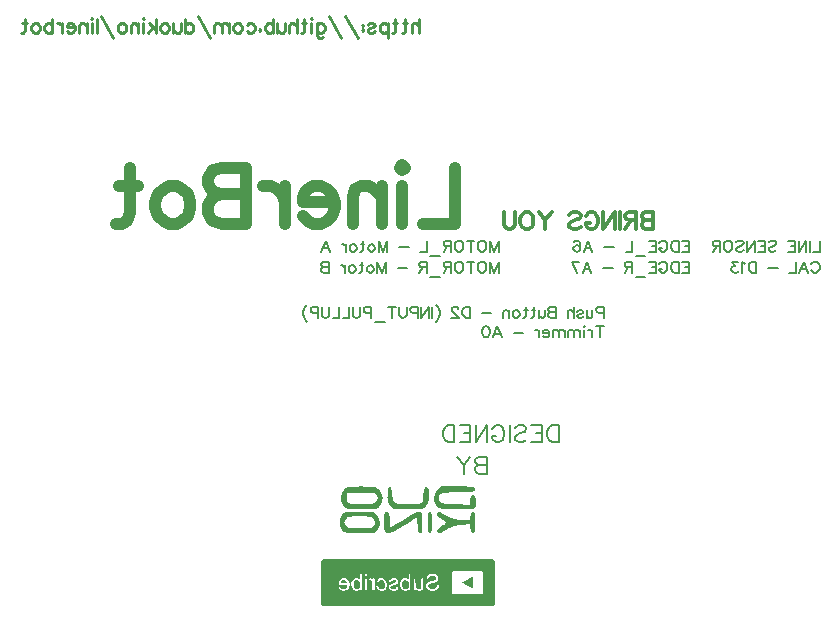
<source format=gbo>
G04 Layer: BottomSilkLayer*
G04 EasyEDA v6.4.7, 2020-12-06T11:07:03+08:00*
G04 Gerber Generator version 0.2*
G04 Scale: 100 percent, Rotated: No, Reflected: No *
G04 Dimensions in millimeters *
G04 leading zeros omitted , absolute positions ,3 integer and 3 decimal *
%FSLAX33Y33*%
%MOMM*%
G90*
D02*

%ADD12C,0.200000*%
%ADD28C,0.299999*%
%ADD30C,0.151994*%
%ADD32C,0.999998*%
%ADD33C,0.250012*%

%LPD*%

%LPD*%
G36*
G01X48270Y11147D02*
G01X33924Y11147D01*
G01X33703Y10925D01*
G01X33703Y7334D01*
G01X33803Y7241D01*
G01X33903Y7147D01*
G01X48317Y7147D01*
G01X48410Y7241D01*
G01X48503Y7334D01*
G01X48503Y10950D01*
G01X48270Y11147D01*
G37*

%LPC*%
G36*
G01X37602Y9890D02*
G01X37450Y9890D01*
G01X37450Y9699D01*
G01X37602Y9699D01*
G01X37602Y9890D01*
G37*
G36*
G01X43665Y9678D02*
G01X43421Y9898D01*
G01X43156Y9883D01*
G01X42892Y9868D01*
G01X42669Y9617D01*
G01X42682Y9554D01*
G01X42693Y9491D01*
G01X42759Y9478D01*
G01X42825Y9466D01*
G01X42897Y9657D01*
G01X43047Y9737D01*
G01X43339Y9737D01*
G01X43422Y9678D01*
G01X43507Y9619D01*
G01X43507Y9432D01*
G01X43384Y9377D01*
G01X43318Y9351D01*
G01X43231Y9320D01*
G01X43135Y9289D01*
G01X43039Y9261D01*
G01X42817Y9200D01*
G01X42727Y9108D01*
G01X42636Y9017D01*
G01X42636Y8781D01*
G01X42692Y8673D01*
G01X42748Y8563D01*
G01X43089Y8432D01*
G01X43245Y8458D01*
G01X43315Y8472D01*
G01X43388Y8492D01*
G01X43457Y8517D01*
G01X43513Y8541D01*
G01X43626Y8600D01*
G01X43680Y8729D01*
G01X43701Y8783D01*
G01X43718Y8833D01*
G01X43729Y8873D01*
G01X43734Y8898D01*
G01X43734Y8938D01*
G01X43580Y8938D01*
G01X43545Y8844D01*
G01X43510Y8751D01*
G01X43411Y8686D01*
G01X43311Y8620D01*
G01X42972Y8620D01*
G01X42769Y8824D01*
G01X42885Y9033D01*
G01X43186Y9120D01*
G01X43487Y9206D01*
G01X43673Y9392D01*
G01X43669Y9536D01*
G01X43665Y9678D01*
G37*
G36*
G01X41311Y9890D02*
G01X41160Y9890D01*
G01X41160Y9390D01*
G01X41075Y9450D01*
G01X40992Y9509D01*
G01X40722Y9509D01*
G01X40546Y9385D01*
G01X40493Y9258D01*
G01X40440Y9130D01*
G01X40440Y8998D01*
G01X40443Y8937D01*
G01X40451Y8876D01*
G01X40464Y8818D01*
G01X40482Y8761D01*
G01X40505Y8708D01*
G01X40532Y8657D01*
G01X40564Y8610D01*
G01X40600Y8567D01*
G01X40680Y8482D01*
G01X40939Y8433D01*
G01X41049Y8515D01*
G01X41160Y8597D01*
G01X41160Y8481D01*
G01X41311Y8481D01*
G01X41311Y9890D01*
G37*
G36*
G01X37185Y9890D02*
G01X37034Y9890D01*
G01X37034Y9390D01*
G01X36950Y9450D01*
G01X36866Y9509D01*
G01X36596Y9509D01*
G01X36420Y9385D01*
G01X36367Y9258D01*
G01X36315Y9130D01*
G01X36315Y8998D01*
G01X36317Y8937D01*
G01X36326Y8876D01*
G01X36338Y8818D01*
G01X36357Y8761D01*
G01X36379Y8708D01*
G01X36406Y8657D01*
G01X36438Y8610D01*
G01X36475Y8567D01*
G01X36554Y8482D01*
G01X36813Y8433D01*
G01X36923Y8515D01*
G01X37034Y8597D01*
G01X37034Y8481D01*
G01X37185Y8481D01*
G01X37185Y9890D01*
G37*
G36*
G01X42397Y9448D02*
G01X42376Y9503D01*
G01X42239Y9483D01*
G01X42219Y9075D01*
G01X42201Y8668D01*
G01X42144Y8632D01*
G01X42115Y8618D01*
G01X42080Y8607D01*
G01X42042Y8598D01*
G01X42006Y8595D01*
G01X41925Y8595D01*
G01X41749Y8738D01*
G01X41719Y9500D01*
G01X41647Y9481D01*
G01X41576Y9462D01*
G01X41576Y8481D01*
G01X41728Y8481D01*
G01X41728Y8592D01*
G01X41994Y8434D01*
G01X42247Y8482D01*
G01X42317Y8560D01*
G01X42388Y8638D01*
G01X42402Y9015D01*
G01X42405Y9093D01*
G01X42407Y9166D01*
G01X42407Y9298D01*
G01X42406Y9353D01*
G01X42404Y9397D01*
G01X42401Y9430D01*
G01X42397Y9448D01*
G37*
G36*
G01X40147Y9434D02*
G01X40043Y9516D01*
G01X39838Y9500D01*
G01X39633Y9483D01*
G01X39564Y9396D01*
G01X39515Y9329D01*
G01X39498Y9283D01*
G01X39512Y9251D01*
G01X39555Y9227D01*
G01X39617Y9203D01*
G01X39709Y9303D01*
G01X39801Y9404D01*
G01X39921Y9379D01*
G01X39970Y9367D01*
G01X40017Y9351D01*
G01X40055Y9333D01*
G01X40079Y9317D01*
G01X40117Y9278D01*
G01X40036Y9147D01*
G01X39807Y9071D01*
G01X39714Y9037D01*
G01X39628Y9002D01*
G01X39559Y8969D01*
G01X39518Y8942D01*
G01X39456Y8890D01*
G01X39456Y8668D01*
G01X39637Y8486D01*
G01X39905Y8435D01*
G01X40177Y8525D01*
G01X40233Y8634D01*
G01X40274Y8718D01*
G01X40283Y8764D01*
G01X40257Y8782D01*
G01X40194Y8785D01*
G01X40100Y8785D01*
G01X40100Y8674D01*
G01X40027Y8634D01*
G01X39990Y8619D01*
G01X39943Y8607D01*
G01X39892Y8598D01*
G01X39843Y8595D01*
G01X39733Y8595D01*
G01X39665Y8670D01*
G01X39598Y8746D01*
G01X39645Y8804D01*
G01X39693Y8861D01*
G01X39884Y8918D01*
G01X39965Y8945D01*
G01X40045Y8976D01*
G01X40114Y9006D01*
G01X40163Y9034D01*
G01X40251Y9092D01*
G01X40251Y9351D01*
G01X40147Y9434D01*
G37*
G36*
G01X35855Y9509D02*
G01X35525Y9509D01*
G01X35410Y9411D01*
G01X35295Y9314D01*
G01X35256Y9173D01*
G01X35241Y9115D01*
G01X35229Y9060D01*
G01X35220Y9015D01*
G01X35217Y8985D01*
G01X35217Y8938D01*
G01X35974Y8938D01*
G01X35974Y8782D01*
G01X35788Y8595D01*
G01X35554Y8595D01*
G01X35467Y8690D01*
G01X35379Y8785D01*
G01X35255Y8785D01*
G01X35255Y8668D01*
G01X35436Y8486D01*
G01X35570Y8460D01*
G01X35704Y8435D01*
G01X35838Y8480D01*
G01X35973Y8524D01*
G01X36119Y8711D01*
G01X36169Y9005D01*
G01X36086Y9313D01*
G01X35855Y9509D01*
G37*
G36*
G01X39001Y9509D02*
G01X38656Y9509D01*
G01X38545Y9398D01*
G01X38472Y9317D01*
G01X38440Y9259D01*
G01X38448Y9218D01*
G01X38495Y9189D01*
G01X38555Y9166D01*
G01X38661Y9280D01*
G01X38736Y9354D01*
G01X38794Y9387D01*
G01X38856Y9385D01*
G01X38939Y9352D01*
G01X39032Y9310D01*
G01X39074Y9217D01*
G01X39116Y9125D01*
G01X39116Y8796D01*
G01X39037Y8695D01*
G01X38959Y8595D01*
G01X38737Y8595D01*
G01X38661Y8671D01*
G01X38632Y8704D01*
G01X38608Y8736D01*
G01X38592Y8765D01*
G01X38586Y8785D01*
G01X38586Y8823D01*
G01X38434Y8823D01*
G01X38434Y8769D01*
G01X38442Y8739D01*
G01X38463Y8697D01*
G01X38494Y8648D01*
G01X38531Y8599D01*
G01X38628Y8483D01*
G01X38876Y8436D01*
G01X39148Y8550D01*
G01X39203Y8639D01*
G01X39226Y8684D01*
G01X39249Y8741D01*
G01X39268Y8803D01*
G01X39281Y8862D01*
G01X39303Y8995D01*
G01X39233Y9299D01*
G01X39001Y9509D01*
G37*
G36*
G01X47408Y10118D02*
G01X44922Y10118D01*
G01X44877Y10073D01*
G01X44832Y10027D01*
G01X44832Y8261D01*
G01X44935Y8175D01*
G01X46180Y8185D01*
G01X47424Y8195D01*
G01X47435Y9108D01*
G01X47436Y9201D01*
G01X47436Y9293D01*
G01X47437Y9381D01*
G01X47437Y9700D01*
G01X47436Y9768D01*
G01X47436Y9830D01*
G01X47435Y9887D01*
G01X47433Y9936D01*
G01X47432Y9979D01*
G01X47431Y10015D01*
G01X47429Y10042D01*
G01X47428Y10060D01*
G01X47426Y10070D01*
G01X47408Y10118D01*
G37*
G36*
G01X37602Y8481D02*
G01X37602Y9502D01*
G01X37536Y9492D01*
G01X37469Y9483D01*
G01X37458Y8981D01*
G01X37448Y8481D01*
G01X37602Y8481D01*
G37*
G36*
G01X38052Y9428D02*
G01X37973Y9513D01*
G01X37772Y9490D01*
G01X37772Y9338D01*
G01X37881Y9336D01*
G01X37989Y9334D01*
G01X38041Y9262D01*
G01X38094Y9190D01*
G01X38094Y8481D01*
G01X38283Y8481D01*
G01X38283Y9139D01*
G01X38281Y9267D01*
G01X38277Y9361D01*
G01X38270Y9424D01*
G01X38259Y9465D01*
G01X38242Y9486D01*
G01X38219Y9495D01*
G01X38188Y9497D01*
G01X38132Y9497D01*
G01X38132Y9342D01*
G01X38052Y9428D01*
G37*

%LPD*%
G36*
G01X35890Y9311D02*
G01X35728Y9391D01*
G01X35633Y9372D01*
G01X35539Y9353D01*
G01X35473Y9275D01*
G01X35447Y9240D01*
G01X35426Y9203D01*
G01X35412Y9170D01*
G01X35406Y9143D01*
G01X35406Y9090D01*
G01X35690Y9090D01*
G01X35800Y9091D01*
G01X35891Y9095D01*
G01X35952Y9100D01*
G01X35974Y9107D01*
G01X35970Y9121D01*
G01X35962Y9147D01*
G01X35948Y9180D01*
G01X35932Y9218D01*
G01X35890Y9311D01*
G37*

%LPD*%
G36*
G01X46572Y8671D02*
G01X46572Y9668D01*
G01X46542Y9655D01*
G01X46517Y9643D01*
G01X46478Y9623D01*
G01X46429Y9596D01*
G01X46370Y9563D01*
G01X46304Y9527D01*
G01X46234Y9486D01*
G01X46160Y9444D01*
G01X46086Y9401D01*
G01X46013Y9358D01*
G01X45943Y9317D01*
G01X45878Y9278D01*
G01X45821Y9244D01*
G01X45772Y9214D01*
G01X45735Y9190D01*
G01X45711Y9174D01*
G01X45703Y9166D01*
G01X45712Y9157D01*
G01X45738Y9139D01*
G01X45778Y9113D01*
G01X45830Y9079D01*
G01X45892Y9042D01*
G01X45961Y9000D01*
G01X46035Y8956D01*
G01X46112Y8910D01*
G01X46189Y8866D01*
G01X46265Y8822D01*
G01X46336Y8781D01*
G01X46401Y8745D01*
G01X46457Y8715D01*
G01X46502Y8691D01*
G01X46533Y8676D01*
G01X46549Y8671D01*
G01X46572Y8671D01*
G37*

%LPD*%
G36*
G01X36920Y9286D02*
G01X36807Y9400D01*
G01X36722Y9375D01*
G01X36684Y9359D01*
G01X36642Y9335D01*
G01X36602Y9305D01*
G01X36570Y9273D01*
G01X36504Y9196D01*
G01X36498Y9076D01*
G01X36496Y9022D01*
G01X36496Y8964D01*
G01X36498Y8908D01*
G01X36501Y8862D01*
G01X36509Y8766D01*
G01X36589Y8680D01*
G01X36668Y8595D01*
G01X36877Y8595D01*
G01X36955Y8695D01*
G01X37034Y8796D01*
G01X37034Y9172D01*
G01X36920Y9286D01*
G37*

%LPD*%
G36*
G01X40938Y9395D02*
G01X40887Y9395D01*
G01X40861Y9390D01*
G01X40827Y9378D01*
G01X40790Y9360D01*
G01X40755Y9338D01*
G01X40674Y9280D01*
G01X40630Y9147D01*
G01X40586Y9013D01*
G01X40612Y8890D01*
G01X40638Y8766D01*
G01X40716Y8680D01*
G01X40794Y8595D01*
G01X41003Y8595D01*
G01X41081Y8695D01*
G01X41160Y8796D01*
G01X41160Y9172D01*
G01X41049Y9283D01*
G01X40938Y9395D01*
G37*

%LPD*%
G36*
G01X37285Y17283D02*
G01X37034Y17283D01*
G01X36950Y17282D01*
G01X36868Y17281D01*
G01X36786Y17279D01*
G01X36706Y17277D01*
G01X36627Y17274D01*
G01X36551Y17271D01*
G01X36477Y17267D01*
G01X36406Y17263D01*
G01X36338Y17258D01*
G01X36273Y17253D01*
G01X36211Y17248D01*
G01X36154Y17242D01*
G01X36101Y17235D01*
G01X36052Y17229D01*
G01X36009Y17221D01*
G01X35970Y17214D01*
G01X35937Y17205D01*
G01X35911Y17197D01*
G01X35890Y17187D01*
G01X35842Y17160D01*
G01X35797Y17129D01*
G01X35754Y17095D01*
G01X35714Y17058D01*
G01X35676Y17019D01*
G01X35641Y16977D01*
G01X35609Y16933D01*
G01X35579Y16886D01*
G01X35552Y16838D01*
G01X35528Y16788D01*
G01X35506Y16737D01*
G01X35487Y16684D01*
G01X35471Y16630D01*
G01X35458Y16575D01*
G01X35447Y16519D01*
G01X35440Y16462D01*
G01X35435Y16404D01*
G01X35433Y16346D01*
G01X35433Y16289D01*
G01X35437Y16231D01*
G01X35443Y16173D01*
G01X35452Y16115D01*
G01X35465Y16058D01*
G01X35480Y16002D01*
G01X35499Y15947D01*
G01X35520Y15892D01*
G01X35544Y15838D01*
G01X35571Y15787D01*
G01X35602Y15736D01*
G01X35635Y15687D01*
G01X35672Y15640D01*
G01X35711Y15595D01*
G01X35736Y15569D01*
G01X35761Y15545D01*
G01X35785Y15522D01*
G01X35810Y15502D01*
G01X35835Y15484D01*
G01X35862Y15467D01*
G01X35890Y15452D01*
G01X35921Y15438D01*
G01X35955Y15425D01*
G01X35992Y15415D01*
G01X36032Y15405D01*
G01X36077Y15397D01*
G01X36126Y15389D01*
G01X36181Y15383D01*
G01X36242Y15378D01*
G01X36309Y15374D01*
G01X36382Y15371D01*
G01X36463Y15368D01*
G01X36551Y15365D01*
G01X36648Y15364D01*
G01X36753Y15363D01*
G01X36867Y15362D01*
G01X37320Y15362D01*
G01X37416Y15363D01*
G01X37510Y15365D01*
G01X37602Y15367D01*
G01X37691Y15369D01*
G01X37777Y15371D01*
G01X37861Y15374D01*
G01X37940Y15377D01*
G01X38016Y15380D01*
G01X38088Y15384D01*
G01X38155Y15388D01*
G01X38217Y15392D01*
G01X38274Y15396D01*
G01X38325Y15401D01*
G01X38370Y15405D01*
G01X38409Y15410D01*
G01X38441Y15415D01*
G01X38466Y15420D01*
G01X38484Y15425D01*
G01X38525Y15445D01*
G01X38566Y15474D01*
G01X38608Y15511D01*
G01X38648Y15555D01*
G01X38688Y15605D01*
G01X38726Y15661D01*
G01X38762Y15721D01*
G01X38797Y15786D01*
G01X38828Y15853D01*
G01X38857Y15923D01*
G01X38882Y15995D01*
G01X38904Y16067D01*
G01X38921Y16140D01*
G01X38935Y16212D01*
G01X38943Y16282D01*
G01X38945Y16350D01*
G01X38943Y16415D01*
G01X38935Y16480D01*
G01X38921Y16545D01*
G01X38903Y16609D01*
G01X38880Y16673D01*
G01X38852Y16735D01*
G01X38821Y16796D01*
G01X38786Y16854D01*
G01X38747Y16910D01*
G01X38706Y16962D01*
G01X38660Y17011D01*
G01X38613Y17057D01*
G01X38563Y17098D01*
G01X38510Y17134D01*
G01X38457Y17166D01*
G01X38401Y17191D01*
G01X38375Y17200D01*
G01X38342Y17209D01*
G01X38305Y17217D01*
G01X38262Y17225D01*
G01X38214Y17232D01*
G01X38161Y17239D01*
G01X38105Y17245D01*
G01X38044Y17251D01*
G01X37979Y17256D01*
G01X37911Y17261D01*
G01X37840Y17265D01*
G01X37766Y17269D01*
G01X37691Y17273D01*
G01X37612Y17276D01*
G01X37533Y17278D01*
G01X37451Y17280D01*
G01X37368Y17281D01*
G01X37285Y17283D01*
G37*

%LPC*%
G36*
G01X37865Y16772D02*
G01X37699Y16772D01*
G01X37605Y16771D01*
G01X37502Y16770D01*
G01X37389Y16768D01*
G01X37267Y16765D01*
G01X37135Y16762D01*
G01X35946Y16733D01*
G01X35915Y16352D01*
G01X35909Y16275D01*
G01X35906Y16207D01*
G01X35907Y16149D01*
G01X35912Y16099D01*
G01X35921Y16056D01*
G01X35935Y16020D01*
G01X35954Y15988D01*
G01X35980Y15960D01*
G01X36012Y15935D01*
G01X36050Y15913D01*
G01X36096Y15891D01*
G01X36150Y15869D01*
G01X36182Y15859D01*
G01X36221Y15849D01*
G01X36268Y15839D01*
G01X36322Y15830D01*
G01X36381Y15821D01*
G01X36446Y15813D01*
G01X36516Y15805D01*
G01X36590Y15798D01*
G01X36668Y15791D01*
G01X36750Y15786D01*
G01X36834Y15781D01*
G01X36920Y15776D01*
G01X37008Y15773D01*
G01X37097Y15770D01*
G01X37275Y15768D01*
G01X37404Y15768D01*
G01X37520Y15770D01*
G01X37626Y15772D01*
G01X37721Y15776D01*
G01X37806Y15781D01*
G01X37883Y15787D01*
G01X37951Y15796D01*
G01X38012Y15805D01*
G01X38066Y15818D01*
G01X38115Y15832D01*
G01X38159Y15849D01*
G01X38199Y15867D01*
G01X38236Y15889D01*
G01X38270Y15914D01*
G01X38303Y15941D01*
G01X38335Y15972D01*
G01X38389Y16027D01*
G01X38433Y16078D01*
G01X38469Y16126D01*
G01X38497Y16172D01*
G01X38516Y16217D01*
G01X38527Y16262D01*
G01X38530Y16308D01*
G01X38526Y16356D01*
G01X38513Y16407D01*
G01X38493Y16463D01*
G01X38466Y16524D01*
G01X38432Y16591D01*
G01X38420Y16613D01*
G01X38406Y16633D01*
G01X38393Y16652D01*
G01X38378Y16669D01*
G01X38361Y16685D01*
G01X38342Y16698D01*
G01X38320Y16711D01*
G01X38295Y16722D01*
G01X38267Y16733D01*
G01X38235Y16741D01*
G01X38199Y16749D01*
G01X38157Y16755D01*
G01X38111Y16760D01*
G01X38059Y16765D01*
G01X38000Y16768D01*
G01X37936Y16770D01*
G01X37865Y16772D01*
G37*

%LPD*%
G36*
G01X42681Y17237D02*
G01X42651Y17242D01*
G01X42623Y17239D01*
G01X42595Y17230D01*
G01X42569Y17213D01*
G01X42545Y17189D01*
G01X42522Y17159D01*
G01X42501Y17122D01*
G01X42481Y17078D01*
G01X42464Y17029D01*
G01X42448Y16973D01*
G01X42434Y16911D01*
G01X42423Y16844D01*
G01X42414Y16771D01*
G01X42408Y16693D01*
G01X42404Y16610D01*
G01X42402Y16521D01*
G01X42402Y16458D01*
G01X42401Y16399D01*
G01X42399Y16343D01*
G01X42395Y16291D01*
G01X42391Y16241D01*
G01X42384Y16196D01*
G01X42376Y16152D01*
G01X42367Y16112D01*
G01X42355Y16075D01*
G01X42341Y16041D01*
G01X42325Y16009D01*
G01X42305Y15980D01*
G01X42283Y15953D01*
G01X42259Y15928D01*
G01X42231Y15906D01*
G01X42200Y15886D01*
G01X42165Y15868D01*
G01X42127Y15852D01*
G01X42085Y15837D01*
G01X42039Y15825D01*
G01X41988Y15814D01*
G01X41933Y15804D01*
G01X41874Y15796D01*
G01X41810Y15789D01*
G01X41741Y15783D01*
G01X41667Y15778D01*
G01X41588Y15775D01*
G01X41503Y15772D01*
G01X41413Y15770D01*
G01X41317Y15769D01*
G01X41215Y15768D01*
G01X41002Y15768D01*
G01X40903Y15769D01*
G01X40810Y15771D01*
G01X40722Y15773D01*
G01X40640Y15776D01*
G01X40562Y15781D01*
G01X40490Y15787D01*
G01X40422Y15794D01*
G01X40359Y15802D01*
G01X40300Y15812D01*
G01X40245Y15823D01*
G01X40195Y15836D01*
G01X40148Y15852D01*
G01X40106Y15868D01*
G01X40066Y15888D01*
G01X40030Y15909D01*
G01X39997Y15933D01*
G01X39967Y15959D01*
G01X39939Y15988D01*
G01X39915Y16019D01*
G01X39893Y16053D01*
G01X39873Y16090D01*
G01X39856Y16131D01*
G01X39839Y16174D01*
G01X39826Y16220D01*
G01X39813Y16271D01*
G01X39802Y16324D01*
G01X39792Y16381D01*
G01X39783Y16442D01*
G01X39775Y16506D01*
G01X39768Y16575D01*
G01X39761Y16647D01*
G01X39751Y16751D01*
G01X39740Y16843D01*
G01X39728Y16925D01*
G01X39715Y16996D01*
G01X39701Y17057D01*
G01X39685Y17108D01*
G01X39669Y17151D01*
G01X39650Y17184D01*
G01X39630Y17210D01*
G01X39607Y17227D01*
G01X39582Y17238D01*
G01X39555Y17241D01*
G01X39528Y17238D01*
G01X39504Y17228D01*
G01X39481Y17211D01*
G01X39462Y17185D01*
G01X39445Y17151D01*
G01X39429Y17107D01*
G01X39416Y17054D01*
G01X39405Y16990D01*
G01X39395Y16915D01*
G01X39386Y16829D01*
G01X39379Y16730D01*
G01X39373Y16619D01*
G01X39369Y16522D01*
G01X39366Y16433D01*
G01X39365Y16354D01*
G01X39366Y16281D01*
G01X39369Y16215D01*
G01X39375Y16155D01*
G01X39383Y16101D01*
G01X39394Y16049D01*
G01X39408Y16002D01*
G01X39425Y15956D01*
G01X39446Y15912D01*
G01X39471Y15867D01*
G01X39499Y15823D01*
G01X39532Y15778D01*
G01X39569Y15730D01*
G01X39611Y15680D01*
G01X39879Y15362D01*
G01X41398Y15362D01*
G01X41520Y15363D01*
G01X41632Y15363D01*
G01X41733Y15365D01*
G01X41826Y15367D01*
G01X41911Y15370D01*
G01X41987Y15374D01*
G01X42056Y15378D01*
G01X42119Y15383D01*
G01X42175Y15390D01*
G01X42226Y15397D01*
G01X42272Y15406D01*
G01X42313Y15416D01*
G01X42350Y15428D01*
G01X42384Y15441D01*
G01X42416Y15456D01*
G01X42445Y15473D01*
G01X42472Y15491D01*
G01X42499Y15512D01*
G01X42525Y15534D01*
G01X42551Y15559D01*
G01X42577Y15586D01*
G01X42605Y15615D01*
G01X42635Y15650D01*
G01X42663Y15690D01*
G01X42691Y15733D01*
G01X42717Y15782D01*
G01X42742Y15833D01*
G01X42764Y15888D01*
G01X42786Y15946D01*
G01X42806Y16006D01*
G01X42825Y16068D01*
G01X42842Y16132D01*
G01X42857Y16197D01*
G01X42871Y16263D01*
G01X42882Y16330D01*
G01X42892Y16396D01*
G01X42900Y16463D01*
G01X42906Y16529D01*
G01X42910Y16594D01*
G01X42912Y16658D01*
G01X42912Y16720D01*
G01X42910Y16780D01*
G01X42905Y16838D01*
G01X42899Y16893D01*
G01X42889Y16944D01*
G01X42878Y16992D01*
G01X42864Y17036D01*
G01X42848Y17076D01*
G01X42829Y17111D01*
G01X42808Y17141D01*
G01X42775Y17177D01*
G01X42743Y17205D01*
G01X42711Y17225D01*
G01X42681Y17237D01*
G37*

%LPD*%
G36*
G01X45430Y17292D02*
G01X43912Y17292D01*
G01X43614Y16995D01*
G01X43574Y16952D01*
G01X43536Y16907D01*
G01X43501Y16861D01*
G01X43468Y16813D01*
G01X43439Y16765D01*
G01X43412Y16715D01*
G01X43388Y16664D01*
G01X43367Y16613D01*
G01X43350Y16560D01*
G01X43335Y16507D01*
G01X43323Y16454D01*
G01X43314Y16401D01*
G01X43308Y16347D01*
G01X43304Y16293D01*
G01X43303Y16240D01*
G01X43306Y16186D01*
G01X43312Y16133D01*
G01X43320Y16081D01*
G01X43331Y16029D01*
G01X43346Y15978D01*
G01X43363Y15927D01*
G01X43383Y15878D01*
G01X43407Y15830D01*
G01X43432Y15783D01*
G01X43461Y15738D01*
G01X43494Y15694D01*
G01X43529Y15651D01*
G01X43567Y15611D01*
G01X43592Y15586D01*
G01X43616Y15563D01*
G01X43640Y15541D01*
G01X43664Y15521D01*
G01X43687Y15503D01*
G01X43712Y15486D01*
G01X43737Y15470D01*
G01X43764Y15456D01*
G01X43793Y15443D01*
G01X43825Y15432D01*
G01X43859Y15421D01*
G01X43896Y15412D01*
G01X43937Y15403D01*
G01X43983Y15396D01*
G01X44032Y15389D01*
G01X44087Y15384D01*
G01X44147Y15379D01*
G01X44213Y15375D01*
G01X44285Y15372D01*
G01X44364Y15369D01*
G01X44450Y15367D01*
G01X44543Y15365D01*
G01X44644Y15364D01*
G01X44754Y15363D01*
G01X44872Y15362D01*
G01X45764Y15362D01*
G01X45866Y15363D01*
G01X45962Y15364D01*
G01X46052Y15366D01*
G01X46136Y15368D01*
G01X46213Y15371D01*
G01X46285Y15374D01*
G01X46352Y15379D01*
G01X46413Y15384D01*
G01X46470Y15390D01*
G01X46522Y15397D01*
G01X46569Y15406D01*
G01X46612Y15416D01*
G01X46650Y15427D01*
G01X46685Y15440D01*
G01X46716Y15454D01*
G01X46743Y15470D01*
G01X46767Y15487D01*
G01X46788Y15506D01*
G01X46806Y15527D01*
G01X46821Y15550D01*
G01X46835Y15575D01*
G01X46845Y15602D01*
G01X46854Y15632D01*
G01X46861Y15663D01*
G01X46866Y15698D01*
G01X46870Y15734D01*
G01X46873Y15773D01*
G01X46874Y15815D01*
G01X46875Y15859D01*
G01X46876Y15907D01*
G01X46876Y16010D01*
G01X46874Y16078D01*
G01X46867Y16146D01*
G01X46856Y16212D01*
G01X46842Y16274D01*
G01X46825Y16331D01*
G01X46806Y16381D01*
G01X46785Y16422D01*
G01X46762Y16451D01*
G01X46725Y16484D01*
G01X46688Y16508D01*
G01X46652Y16525D01*
G01X46617Y16533D01*
G01X46583Y16533D01*
G01X46550Y16527D01*
G01X46519Y16513D01*
G01X46490Y16492D01*
G01X46464Y16464D01*
G01X46440Y16430D01*
G01X46419Y16390D01*
G01X46401Y16343D01*
G01X46387Y16292D01*
G01X46376Y16234D01*
G01X46370Y16172D01*
G01X46368Y16104D01*
G01X46368Y15751D01*
G01X45143Y15785D01*
G01X45010Y15789D01*
G01X44884Y15793D01*
G01X44768Y15797D01*
G01X44659Y15802D01*
G01X44558Y15807D01*
G01X44464Y15814D01*
G01X44378Y15821D01*
G01X44299Y15828D01*
G01X44226Y15837D01*
G01X44159Y15847D01*
G01X44099Y15857D01*
G01X44045Y15869D01*
G01X43996Y15883D01*
G01X43952Y15898D01*
G01X43913Y15915D01*
G01X43879Y15933D01*
G01X43849Y15954D01*
G01X43823Y15976D01*
G01X43801Y16000D01*
G01X43782Y16027D01*
G01X43767Y16056D01*
G01X43755Y16087D01*
G01X43745Y16121D01*
G01X43737Y16157D01*
G01X43732Y16197D01*
G01X43729Y16239D01*
G01X43727Y16284D01*
G01X43726Y16332D01*
G01X43726Y16368D01*
G01X43728Y16403D01*
G01X43731Y16436D01*
G01X43735Y16466D01*
G01X43742Y16495D01*
G01X43750Y16522D01*
G01X43761Y16548D01*
G01X43774Y16571D01*
G01X43790Y16594D01*
G01X43809Y16614D01*
G01X43830Y16633D01*
G01X43855Y16651D01*
G01X43884Y16667D01*
G01X43915Y16682D01*
G01X43951Y16696D01*
G01X43990Y16708D01*
G01X44034Y16719D01*
G01X44082Y16729D01*
G01X44134Y16739D01*
G01X44191Y16747D01*
G01X44253Y16754D01*
G01X44320Y16760D01*
G01X44393Y16765D01*
G01X44471Y16770D01*
G01X44555Y16774D01*
G01X44644Y16777D01*
G01X44740Y16779D01*
G01X44841Y16781D01*
G01X44949Y16782D01*
G01X45064Y16783D01*
G01X45186Y16784D01*
G01X45454Y16784D01*
G01X45585Y16785D01*
G01X45708Y16786D01*
G01X45823Y16788D01*
G01X45929Y16790D01*
G01X46028Y16793D01*
G01X46120Y16797D01*
G01X46205Y16801D01*
G01X46282Y16807D01*
G01X46353Y16813D01*
G01X46417Y16820D01*
G01X46476Y16828D01*
G01X46528Y16837D01*
G01X46574Y16848D01*
G01X46615Y16860D01*
G01X46650Y16872D01*
G01X46680Y16886D01*
G01X46705Y16902D01*
G01X46725Y16919D01*
G01X46741Y16937D01*
G01X46753Y16957D01*
G01X46760Y16978D01*
G01X46764Y17002D01*
G01X46765Y17027D01*
G01X46762Y17054D01*
G01X46756Y17082D01*
G01X46747Y17112D01*
G01X46736Y17145D01*
G01X46728Y17159D01*
G01X46719Y17172D01*
G01X46706Y17185D01*
G01X46690Y17197D01*
G01X46671Y17207D01*
G01X46648Y17218D01*
G01X46621Y17227D01*
G01X46590Y17235D01*
G01X46554Y17244D01*
G01X46514Y17251D01*
G01X46468Y17257D01*
G01X46416Y17263D01*
G01X46360Y17268D01*
G01X46298Y17273D01*
G01X46229Y17277D01*
G01X46154Y17280D01*
G01X46073Y17283D01*
G01X45985Y17286D01*
G01X45889Y17288D01*
G01X45786Y17289D01*
G01X45676Y17290D01*
G01X45557Y17291D01*
G01X45430Y17292D01*
G37*

%LPD*%
G36*
G01X42990Y15143D02*
G01X42964Y15143D01*
G01X42936Y15139D01*
G01X42909Y15132D01*
G01X42884Y15123D01*
G01X42863Y15109D01*
G01X42844Y15091D01*
G01X42827Y15067D01*
G01X42813Y15038D01*
G01X42800Y15002D01*
G01X42790Y14958D01*
G01X42781Y14906D01*
G01X42774Y14844D01*
G01X42769Y14774D01*
G01X42764Y14692D01*
G01X42761Y14599D01*
G01X42759Y14494D01*
G01X42758Y14376D01*
G01X42758Y14113D01*
G01X42759Y13995D01*
G01X42761Y13890D01*
G01X42764Y13797D01*
G01X42769Y13715D01*
G01X42774Y13644D01*
G01X42781Y13583D01*
G01X42790Y13531D01*
G01X42800Y13487D01*
G01X42813Y13451D01*
G01X42827Y13421D01*
G01X42844Y13397D01*
G01X42863Y13380D01*
G01X42884Y13366D01*
G01X42909Y13356D01*
G01X42936Y13349D01*
G01X42964Y13345D01*
G01X42990Y13345D01*
G01X43011Y13349D01*
G01X43031Y13359D01*
G01X43048Y13376D01*
G01X43062Y13400D01*
G01X43074Y13433D01*
G01X43085Y13474D01*
G01X43093Y13526D01*
G01X43100Y13588D01*
G01X43105Y13663D01*
G01X43108Y13750D01*
G01X43111Y13851D01*
G01X43113Y13966D01*
G01X43114Y14097D01*
G01X43114Y14392D01*
G01X43113Y14522D01*
G01X43111Y14638D01*
G01X43108Y14739D01*
G01X43105Y14826D01*
G01X43100Y14901D01*
G01X43093Y14963D01*
G01X43085Y15014D01*
G01X43074Y15056D01*
G01X43062Y15089D01*
G01X43048Y15113D01*
G01X43031Y15129D01*
G01X43011Y15139D01*
G01X42990Y15143D01*
G37*

%LPD*%
G36*
G01X43790Y15143D02*
G01X43748Y15151D01*
G01X43710Y15147D01*
G01X43674Y15133D01*
G01X43638Y15108D01*
G01X43600Y15073D01*
G01X43566Y15034D01*
G01X43546Y14997D01*
G01X43541Y14960D01*
G01X43550Y14920D01*
G01X43574Y14876D01*
G01X43615Y14826D01*
G01X43673Y14768D01*
G01X43749Y14700D01*
G01X43808Y14649D01*
G01X43871Y14597D01*
G01X43935Y14546D01*
G01X43998Y14497D01*
G01X44059Y14451D01*
G01X44115Y14410D01*
G01X44165Y14376D01*
G01X44206Y14349D01*
G01X44260Y14314D01*
G01X44297Y14284D01*
G01X44317Y14257D01*
G01X44319Y14229D01*
G01X44303Y14199D01*
G01X44267Y14163D01*
G01X44212Y14118D01*
G01X44136Y14064D01*
G01X44029Y13988D01*
G01X43934Y13919D01*
G01X43850Y13858D01*
G01X43777Y13802D01*
G01X43716Y13753D01*
G01X43664Y13708D01*
G01X43622Y13668D01*
G01X43589Y13632D01*
G01X43566Y13599D01*
G01X43550Y13569D01*
G01X43542Y13541D01*
G01X43541Y13515D01*
G01X43547Y13490D01*
G01X43559Y13465D01*
G01X43578Y13440D01*
G01X43601Y13414D01*
G01X43641Y13379D01*
G01X43681Y13354D01*
G01X43723Y13343D01*
G01X43770Y13343D01*
G01X43825Y13355D01*
G01X43889Y13381D01*
G01X43966Y13420D01*
G01X44059Y13473D01*
G01X44133Y13517D01*
G01X44204Y13558D01*
G01X44272Y13597D01*
G01X44337Y13633D01*
G01X44399Y13667D01*
G01X44459Y13699D01*
G01X44516Y13729D01*
G01X44572Y13756D01*
G01X44626Y13782D01*
G01X44678Y13806D01*
G01X44729Y13828D01*
G01X44780Y13849D01*
G01X44829Y13868D01*
G01X44879Y13885D01*
G01X44928Y13901D01*
G01X44977Y13916D01*
G01X45026Y13929D01*
G01X45076Y13942D01*
G01X45127Y13953D01*
G01X45179Y13963D01*
G01X45232Y13972D01*
G01X45287Y13980D01*
G01X45344Y13988D01*
G01X45402Y13995D01*
G01X45463Y14002D01*
G01X45527Y14007D01*
G01X45593Y14013D01*
G01X45663Y14018D01*
G01X46352Y14068D01*
G01X46385Y13725D01*
G01X46396Y13644D01*
G01X46411Y13573D01*
G01X46430Y13511D01*
G01X46455Y13459D01*
G01X46483Y13417D01*
G01X46516Y13385D01*
G01X46554Y13362D01*
G01X46596Y13349D01*
G01X46624Y13345D01*
G01X46650Y13345D01*
G01X46671Y13349D01*
G01X46691Y13359D01*
G01X46708Y13376D01*
G01X46722Y13400D01*
G01X46734Y13433D01*
G01X46745Y13474D01*
G01X46753Y13526D01*
G01X46760Y13589D01*
G01X46765Y13663D01*
G01X46769Y13750D01*
G01X46772Y13851D01*
G01X46773Y13966D01*
G01X46774Y14097D01*
G01X46774Y14392D01*
G01X46773Y14522D01*
G01X46772Y14638D01*
G01X46769Y14739D01*
G01X46765Y14826D01*
G01X46760Y14900D01*
G01X46753Y14963D01*
G01X46745Y15014D01*
G01X46734Y15056D01*
G01X46722Y15089D01*
G01X46708Y15113D01*
G01X46691Y15129D01*
G01X46671Y15139D01*
G01X46650Y15144D01*
G01X46624Y15144D01*
G01X46596Y15140D01*
G01X46555Y15127D01*
G01X46517Y15104D01*
G01X46484Y15072D01*
G01X46455Y15031D01*
G01X46431Y14981D01*
G01X46411Y14922D01*
G01X46397Y14854D01*
G01X46387Y14777D01*
G01X46355Y14448D01*
G01X45726Y14451D01*
G01X45669Y14452D01*
G01X45613Y14453D01*
G01X45557Y14456D01*
G01X45503Y14460D01*
G01X45448Y14464D01*
G01X45394Y14470D01*
G01X45288Y14486D01*
G01X45235Y14495D01*
G01X45182Y14505D01*
G01X45129Y14516D01*
G01X45076Y14529D01*
G01X45024Y14543D01*
G01X44971Y14558D01*
G01X44919Y14574D01*
G01X44866Y14592D01*
G01X44813Y14611D01*
G01X44759Y14630D01*
G01X44706Y14652D01*
G01X44598Y14698D01*
G01X44543Y14724D01*
G01X44488Y14751D01*
G01X44431Y14779D01*
G01X44375Y14809D01*
G01X44317Y14840D01*
G01X44260Y14872D01*
G01X44201Y14907D01*
G01X44141Y14942D01*
G01X44080Y14979D01*
G01X44018Y15018D01*
G01X43955Y15058D01*
G01X43891Y15097D01*
G01X43836Y15126D01*
G01X43790Y15143D01*
G37*

%LPD*%
G36*
G01X42093Y15154D02*
G01X42062Y15156D01*
G01X42030Y15154D01*
G01X41994Y15151D01*
G01X41957Y15143D01*
G01X41917Y15134D01*
G01X41873Y15122D01*
G01X41828Y15106D01*
G01X41779Y15088D01*
G01X41727Y15067D01*
G01X41672Y15042D01*
G01X41614Y15015D01*
G01X41552Y14984D01*
G01X41487Y14950D01*
G01X41419Y14914D01*
G01X41347Y14874D01*
G01X41270Y14830D01*
G01X41191Y14783D01*
G01X41106Y14734D01*
G01X41018Y14680D01*
G01X40926Y14623D01*
G01X40829Y14562D01*
G01X40728Y14498D01*
G01X40644Y14444D01*
G01X40560Y14392D01*
G01X40478Y14340D01*
G01X40398Y14290D01*
G01X40320Y14242D01*
G01X40245Y14196D01*
G01X40173Y14151D01*
G01X40104Y14109D01*
G01X40039Y14069D01*
G01X39976Y14032D01*
G01X39918Y13997D01*
G01X39864Y13966D01*
G01X39816Y13937D01*
G01X39771Y13912D01*
G01X39732Y13890D01*
G01X39698Y13872D01*
G01X39670Y13857D01*
G01X39648Y13847D01*
G01X39633Y13840D01*
G01X39624Y13838D01*
G01X39614Y13844D01*
G01X39606Y13860D01*
G01X39597Y13886D01*
G01X39589Y13922D01*
G01X39582Y13966D01*
G01X39576Y14018D01*
G01X39570Y14077D01*
G01X39565Y14142D01*
G01X39561Y14213D01*
G01X39558Y14289D01*
G01X39556Y14368D01*
G01X39555Y14451D01*
G01X39555Y14561D01*
G01X39552Y14660D01*
G01X39548Y14747D01*
G01X39541Y14823D01*
G01X39532Y14889D01*
G01X39521Y14946D01*
G01X39507Y14994D01*
G01X39490Y15034D01*
G01X39471Y15066D01*
G01X39448Y15092D01*
G01X39422Y15111D01*
G01X39393Y15126D01*
G01X39358Y15137D01*
G01X39325Y15143D01*
G01X39294Y15145D01*
G01X39265Y15140D01*
G01X39238Y15131D01*
G01X39213Y15117D01*
G01X39190Y15096D01*
G01X39168Y15071D01*
G01X39149Y15040D01*
G01X39131Y15003D01*
G01X39116Y14961D01*
G01X39101Y14913D01*
G01X39089Y14859D01*
G01X39078Y14799D01*
G01X39069Y14734D01*
G01X39062Y14662D01*
G01X39057Y14584D01*
G01X39053Y14500D01*
G01X39050Y14410D01*
G01X39049Y14314D01*
G01X39049Y14212D01*
G01X39052Y14117D01*
G01X39057Y14027D01*
G01X39064Y13944D01*
G01X39072Y13866D01*
G01X39083Y13794D01*
G01X39096Y13727D01*
G01X39111Y13666D01*
G01X39129Y13611D01*
G01X39149Y13561D01*
G01X39171Y13515D01*
G01X39196Y13476D01*
G01X39223Y13441D01*
G01X39252Y13411D01*
G01X39284Y13386D01*
G01X39319Y13366D01*
G01X39356Y13350D01*
G01X39395Y13340D01*
G01X39438Y13333D01*
G01X39483Y13331D01*
G01X39501Y13333D01*
G01X39523Y13338D01*
G01X39549Y13345D01*
G01X39580Y13355D01*
G01X39615Y13368D01*
G01X39653Y13384D01*
G01X39695Y13402D01*
G01X39740Y13422D01*
G01X39788Y13445D01*
G01X39839Y13470D01*
G01X39893Y13497D01*
G01X39950Y13526D01*
G01X40009Y13556D01*
G01X40070Y13589D01*
G01X40133Y13624D01*
G01X40198Y13659D01*
G01X40264Y13697D01*
G01X40332Y13735D01*
G01X40401Y13775D01*
G01X40541Y13859D01*
G01X40613Y13902D01*
G01X40685Y13947D01*
G01X40757Y13991D01*
G01X40843Y14045D01*
G01X40927Y14098D01*
G01X41009Y14149D01*
G01X41089Y14199D01*
G01X41167Y14247D01*
G01X41242Y14294D01*
G01X41314Y14338D01*
G01X41383Y14380D01*
G01X41448Y14420D01*
G01X41509Y14457D01*
G01X41566Y14492D01*
G01X41618Y14523D01*
G01X41666Y14552D01*
G01X41709Y14577D01*
G01X41747Y14599D01*
G01X41779Y14617D01*
G01X41805Y14631D01*
G01X41825Y14642D01*
G01X41838Y14649D01*
G01X41845Y14651D01*
G01X41851Y14645D01*
G01X41856Y14628D01*
G01X41862Y14600D01*
G01X41869Y14564D01*
G01X41875Y14518D01*
G01X41882Y14464D01*
G01X41888Y14403D01*
G01X41894Y14336D01*
G01X41900Y14263D01*
G01X41905Y14185D01*
G01X41910Y14103D01*
G01X41915Y14017D01*
G01X41921Y13897D01*
G01X41928Y13793D01*
G01X41937Y13702D01*
G01X41948Y13624D01*
G01X41960Y13558D01*
G01X41974Y13502D01*
G01X41991Y13457D01*
G01X42011Y13421D01*
G01X42033Y13393D01*
G01X42059Y13373D01*
G01X42089Y13358D01*
G01X42123Y13349D01*
G01X42151Y13345D01*
G01X42176Y13345D01*
G01X42198Y13349D01*
G01X42217Y13358D01*
G01X42234Y13373D01*
G01X42248Y13395D01*
G01X42261Y13425D01*
G01X42271Y13464D01*
G01X42279Y13511D01*
G01X42286Y13568D01*
G01X42291Y13637D01*
G01X42295Y13717D01*
G01X42298Y13809D01*
G01X42300Y13915D01*
G01X42300Y14035D01*
G01X42301Y14169D01*
G01X42300Y14257D01*
G01X42299Y14342D01*
G01X42298Y14426D01*
G01X42295Y14506D01*
G01X42293Y14584D01*
G01X42289Y14657D01*
G01X42285Y14727D01*
G01X42281Y14792D01*
G01X42276Y14852D01*
G01X42271Y14907D01*
G01X42265Y14955D01*
G01X42259Y14997D01*
G01X42253Y15032D01*
G01X42246Y15060D01*
G01X42240Y15079D01*
G01X42233Y15091D01*
G01X42214Y15108D01*
G01X42193Y15122D01*
G01X42171Y15134D01*
G01X42147Y15143D01*
G01X42121Y15150D01*
G01X42093Y15154D01*
G37*

%LPD*%
G36*
G01X37171Y15159D02*
G01X37040Y15159D01*
G01X36850Y15157D01*
G01X36757Y15156D01*
G01X36665Y15154D01*
G01X36576Y15151D01*
G01X36488Y15148D01*
G01X36403Y15143D01*
G01X36321Y15139D01*
G01X36242Y15134D01*
G01X36167Y15129D01*
G01X36095Y15123D01*
G01X36029Y15117D01*
G01X35967Y15111D01*
G01X35910Y15104D01*
G01X35858Y15097D01*
G01X35812Y15090D01*
G01X35772Y15082D01*
G01X35739Y15074D01*
G01X35713Y15066D01*
G01X35694Y15058D01*
G01X35650Y15031D01*
G01X35609Y14998D01*
G01X35571Y14960D01*
G01X35535Y14917D01*
G01X35501Y14869D01*
G01X35471Y14816D01*
G01X35443Y14760D01*
G01X35417Y14702D01*
G01X35395Y14639D01*
G01X35377Y14575D01*
G01X35361Y14508D01*
G01X35349Y14439D01*
G01X35340Y14370D01*
G01X35335Y14300D01*
G01X35334Y14230D01*
G01X35336Y14159D01*
G01X35343Y14089D01*
G01X35353Y14021D01*
G01X35368Y13953D01*
G01X35387Y13888D01*
G01X35415Y13815D01*
G01X35448Y13741D01*
G01X35485Y13672D01*
G01X35526Y13607D01*
G01X35568Y13548D01*
G01X35611Y13498D01*
G01X35653Y13458D01*
G01X35694Y13431D01*
G01X35709Y13424D01*
G01X35730Y13417D01*
G01X35757Y13411D01*
G01X35788Y13404D01*
G01X35823Y13398D01*
G01X35864Y13392D01*
G01X35908Y13386D01*
G01X35957Y13380D01*
G01X36009Y13375D01*
G01X36065Y13370D01*
G01X36125Y13364D01*
G01X36187Y13359D01*
G01X36253Y13355D01*
G01X36322Y13351D01*
G01X36393Y13347D01*
G01X36466Y13344D01*
G01X36541Y13341D01*
G01X36619Y13338D01*
G01X36697Y13336D01*
G01X36778Y13333D01*
G01X36859Y13332D01*
G01X36942Y13331D01*
G01X37026Y13330D01*
G01X38338Y13330D01*
G01X38545Y13660D01*
G01X38575Y13711D01*
G01X38602Y13763D01*
G01X38626Y13816D01*
G01X38647Y13869D01*
G01X38664Y13924D01*
G01X38679Y13979D01*
G01X38690Y14034D01*
G01X38698Y14089D01*
G01X38704Y14145D01*
G01X38706Y14201D01*
G01X38705Y14256D01*
G01X38701Y14311D01*
G01X38694Y14366D01*
G01X38685Y14421D01*
G01X38672Y14475D01*
G01X38656Y14529D01*
G01X38637Y14582D01*
G01X38615Y14633D01*
G01X38591Y14684D01*
G01X38563Y14734D01*
G01X38532Y14782D01*
G01X38499Y14830D01*
G01X38463Y14875D01*
G01X38424Y14919D01*
G01X38398Y14946D01*
G01X38373Y14971D01*
G01X38348Y14994D01*
G01X38323Y15015D01*
G01X38298Y15034D01*
G01X38271Y15051D01*
G01X38243Y15067D01*
G01X38212Y15081D01*
G01X38179Y15094D01*
G01X38143Y15105D01*
G01X38104Y15115D01*
G01X38060Y15123D01*
G01X38011Y15130D01*
G01X37958Y15137D01*
G01X37899Y15142D01*
G01X37834Y15147D01*
G01X37763Y15150D01*
G01X37684Y15153D01*
G01X37599Y15155D01*
G01X37505Y15157D01*
G01X37403Y15158D01*
G01X37291Y15158D01*
G01X37171Y15159D01*
G37*

%LPC*%
G36*
G01X37273Y14752D02*
G01X36750Y14752D01*
G01X36637Y14751D01*
G01X36535Y14749D01*
G01X36444Y14747D01*
G01X36363Y14743D01*
G01X36291Y14739D01*
G01X36227Y14733D01*
G01X36171Y14725D01*
G01X36121Y14716D01*
G01X36078Y14706D01*
G01X36040Y14692D01*
G01X36007Y14678D01*
G01X35977Y14660D01*
G01X35951Y14641D01*
G01X35926Y14618D01*
G01X35903Y14593D01*
G01X35881Y14564D01*
G01X35858Y14533D01*
G01X35835Y14498D01*
G01X35785Y14419D01*
G01X35748Y14353D01*
G01X35727Y14296D01*
G01X35720Y14244D01*
G01X35727Y14193D01*
G01X35748Y14136D01*
G01X35785Y14070D01*
G01X35835Y13990D01*
G01X35858Y13956D01*
G01X35881Y13924D01*
G01X35903Y13896D01*
G01X35926Y13871D01*
G01X35950Y13849D01*
G01X35977Y13829D01*
G01X36006Y13812D01*
G01X36039Y13796D01*
G01X36076Y13784D01*
G01X36119Y13773D01*
G01X36167Y13764D01*
G01X36222Y13756D01*
G01X36284Y13751D01*
G01X36355Y13746D01*
G01X36434Y13742D01*
G01X36523Y13740D01*
G01X36623Y13739D01*
G01X36733Y13738D01*
G01X37092Y13738D01*
G01X37192Y13740D01*
G01X37289Y13742D01*
G01X37383Y13744D01*
G01X37474Y13748D01*
G01X37562Y13752D01*
G01X37644Y13756D01*
G01X37721Y13761D01*
G01X37793Y13766D01*
G01X37858Y13772D01*
G01X37917Y13778D01*
G01X37968Y13785D01*
G01X38012Y13792D01*
G01X38047Y13799D01*
G01X38073Y13806D01*
G01X38089Y13814D01*
G01X38138Y13854D01*
G01X38180Y13899D01*
G01X38215Y13950D01*
G01X38242Y14006D01*
G01X38262Y14064D01*
G01X38274Y14126D01*
G01X38279Y14191D01*
G01X38276Y14256D01*
G01X38265Y14322D01*
G01X38246Y14387D01*
G01X38218Y14451D01*
G01X38183Y14513D01*
G01X38161Y14545D01*
G01X38140Y14574D01*
G01X38118Y14600D01*
G01X38096Y14624D01*
G01X38072Y14645D01*
G01X38045Y14664D01*
G01X38015Y14680D01*
G01X37982Y14694D01*
G01X37943Y14707D01*
G01X37900Y14717D01*
G01X37850Y14725D01*
G01X37794Y14733D01*
G01X37730Y14739D01*
G01X37658Y14743D01*
G01X37577Y14746D01*
G01X37486Y14749D01*
G01X37386Y14751D01*
G01X37273Y14752D01*
G37*

%LPD*%
G54D30*
G01X57339Y30854D02*
G01X57339Y29899D01*
G01X57658Y30854D02*
G01X57021Y30854D01*
G01X56721Y30535D02*
G01X56721Y29899D01*
G01X56721Y30263D02*
G01X56676Y30399D01*
G01X56585Y30490D01*
G01X56494Y30535D01*
G01X56358Y30535D01*
G01X56058Y30854D02*
G01X56012Y30808D01*
G01X55967Y30854D01*
G01X56012Y30899D01*
G01X56058Y30854D01*
G01X56012Y30535D02*
G01X56012Y29899D01*
G01X55667Y30535D02*
G01X55667Y29899D01*
G01X55667Y30354D02*
G01X55530Y30490D01*
G01X55439Y30535D01*
G01X55303Y30535D01*
G01X55212Y30490D01*
G01X55167Y30354D01*
G01X55167Y29899D01*
G01X55167Y30354D02*
G01X55030Y30490D01*
G01X54939Y30535D01*
G01X54803Y30535D01*
G01X54712Y30490D01*
G01X54667Y30354D01*
G01X54667Y29899D01*
G01X54367Y30535D02*
G01X54367Y29899D01*
G01X54367Y30354D02*
G01X54230Y30490D01*
G01X54139Y30535D01*
G01X54003Y30535D01*
G01X53912Y30490D01*
G01X53867Y30354D01*
G01X53867Y29899D01*
G01X53867Y30354D02*
G01X53730Y30490D01*
G01X53639Y30535D01*
G01X53503Y30535D01*
G01X53412Y30490D01*
G01X53367Y30354D01*
G01X53367Y29899D01*
G01X53067Y30263D02*
G01X52521Y30263D01*
G01X52521Y30354D01*
G01X52567Y30444D01*
G01X52612Y30490D01*
G01X52703Y30535D01*
G01X52839Y30535D01*
G01X52930Y30490D01*
G01X53021Y30399D01*
G01X53067Y30263D01*
G01X53067Y30172D01*
G01X53021Y30035D01*
G01X52930Y29944D01*
G01X52839Y29899D01*
G01X52703Y29899D01*
G01X52612Y29944D01*
G01X52521Y30035D01*
G01X52221Y30535D02*
G01X52221Y29899D01*
G01X52221Y30263D02*
G01X52176Y30399D01*
G01X52085Y30490D01*
G01X51994Y30535D01*
G01X51858Y30535D01*
G01X50857Y30308D02*
G01X50039Y30308D01*
G01X48676Y30854D02*
G01X49039Y29899D01*
G01X48676Y30854D02*
G01X48312Y29899D01*
G01X48903Y30217D02*
G01X48448Y30217D01*
G01X47739Y30854D02*
G01X47876Y30808D01*
G01X47967Y30672D01*
G01X48012Y30444D01*
G01X48012Y30308D01*
G01X47967Y30081D01*
G01X47876Y29944D01*
G01X47739Y29899D01*
G01X47648Y29899D01*
G01X47512Y29944D01*
G01X47421Y30081D01*
G01X47376Y30308D01*
G01X47376Y30444D01*
G01X47421Y30672D01*
G01X47512Y30808D01*
G01X47648Y30854D01*
G01X47739Y30854D01*
G01X48768Y36315D02*
G01X48768Y35360D01*
G01X48768Y36315D02*
G01X48404Y35360D01*
G01X48040Y36315D02*
G01X48404Y35360D01*
G01X48040Y36315D02*
G01X48040Y35360D01*
G01X47468Y36315D02*
G01X47558Y36269D01*
G01X47649Y36178D01*
G01X47695Y36087D01*
G01X47740Y35951D01*
G01X47740Y35724D01*
G01X47695Y35587D01*
G01X47649Y35496D01*
G01X47558Y35405D01*
G01X47468Y35360D01*
G01X47286Y35360D01*
G01X47195Y35405D01*
G01X47104Y35496D01*
G01X47058Y35587D01*
G01X47013Y35724D01*
G01X47013Y35951D01*
G01X47058Y36087D01*
G01X47104Y36178D01*
G01X47195Y36269D01*
G01X47286Y36315D01*
G01X47468Y36315D01*
G01X46395Y36315D02*
G01X46395Y35360D01*
G01X46713Y36315D02*
G01X46077Y36315D01*
G01X45504Y36315D02*
G01X45595Y36269D01*
G01X45686Y36178D01*
G01X45731Y36087D01*
G01X45777Y35951D01*
G01X45777Y35724D01*
G01X45731Y35587D01*
G01X45686Y35496D01*
G01X45595Y35405D01*
G01X45504Y35360D01*
G01X45322Y35360D01*
G01X45231Y35405D01*
G01X45140Y35496D01*
G01X45095Y35587D01*
G01X45049Y35724D01*
G01X45049Y35951D01*
G01X45095Y36087D01*
G01X45140Y36178D01*
G01X45231Y36269D01*
G01X45322Y36315D01*
G01X45504Y36315D01*
G01X44749Y36315D02*
G01X44749Y35360D01*
G01X44749Y36315D02*
G01X44340Y36315D01*
G01X44204Y36269D01*
G01X44158Y36224D01*
G01X44113Y36133D01*
G01X44113Y36042D01*
G01X44158Y35951D01*
G01X44204Y35905D01*
G01X44340Y35860D01*
G01X44749Y35860D01*
G01X44431Y35860D02*
G01X44113Y35360D01*
G01X43813Y35042D02*
G01X42995Y35042D01*
G01X42695Y36315D02*
G01X42695Y35360D01*
G01X42695Y36315D02*
G01X42286Y36315D01*
G01X42149Y36269D01*
G01X42104Y36224D01*
G01X42058Y36133D01*
G01X42058Y36042D01*
G01X42104Y35951D01*
G01X42149Y35905D01*
G01X42286Y35860D01*
G01X42695Y35860D01*
G01X42377Y35860D02*
G01X42058Y35360D01*
G01X41058Y35769D02*
G01X40240Y35769D01*
G01X39240Y36315D02*
G01X39240Y35360D01*
G01X39240Y36315D02*
G01X38877Y35360D01*
G01X38513Y36315D02*
G01X38877Y35360D01*
G01X38513Y36315D02*
G01X38513Y35360D01*
G01X37986Y35996D02*
G01X38077Y35951D01*
G01X38167Y35860D01*
G01X38213Y35724D01*
G01X38213Y35633D01*
G01X38167Y35496D01*
G01X38077Y35405D01*
G01X37986Y35360D01*
G01X37849Y35360D01*
G01X37758Y35405D01*
G01X37667Y35496D01*
G01X37622Y35633D01*
G01X37622Y35724D01*
G01X37667Y35860D01*
G01X37758Y35951D01*
G01X37849Y35996D01*
G01X37986Y35996D01*
G01X37186Y36315D02*
G01X37186Y35542D01*
G01X37140Y35405D01*
G01X37049Y35360D01*
G01X36958Y35360D01*
G01X37322Y35996D02*
G01X37004Y35996D01*
G01X36431Y35996D02*
G01X36522Y35951D01*
G01X36613Y35860D01*
G01X36658Y35724D01*
G01X36658Y35633D01*
G01X36613Y35496D01*
G01X36522Y35405D01*
G01X36431Y35360D01*
G01X36295Y35360D01*
G01X36204Y35405D01*
G01X36113Y35496D01*
G01X36068Y35633D01*
G01X36068Y35724D01*
G01X36113Y35860D01*
G01X36204Y35951D01*
G01X36295Y35996D01*
G01X36431Y35996D01*
G01X35768Y35996D02*
G01X35768Y35360D01*
G01X35768Y35724D02*
G01X35722Y35860D01*
G01X35631Y35951D01*
G01X35540Y35996D01*
G01X35404Y35996D01*
G01X34404Y36315D02*
G01X34404Y35360D01*
G01X34404Y36315D02*
G01X33995Y36315D01*
G01X33858Y36269D01*
G01X33813Y36224D01*
G01X33768Y36133D01*
G01X33768Y36042D01*
G01X33813Y35951D01*
G01X33858Y35905D01*
G01X33995Y35860D01*
G01X34404Y35860D02*
G01X33995Y35860D01*
G01X33858Y35815D01*
G01X33813Y35769D01*
G01X33768Y35678D01*
G01X33768Y35542D01*
G01X33813Y35451D01*
G01X33858Y35405D01*
G01X33995Y35360D01*
G01X34404Y35360D01*
G01X48768Y38093D02*
G01X48768Y37138D01*
G01X48768Y38093D02*
G01X48404Y37138D01*
G01X48040Y38093D02*
G01X48404Y37138D01*
G01X48040Y38093D02*
G01X48040Y37138D01*
G01X47468Y38093D02*
G01X47558Y38047D01*
G01X47649Y37956D01*
G01X47695Y37865D01*
G01X47740Y37729D01*
G01X47740Y37502D01*
G01X47695Y37365D01*
G01X47649Y37274D01*
G01X47558Y37183D01*
G01X47468Y37138D01*
G01X47286Y37138D01*
G01X47195Y37183D01*
G01X47104Y37274D01*
G01X47058Y37365D01*
G01X47013Y37502D01*
G01X47013Y37729D01*
G01X47058Y37865D01*
G01X47104Y37956D01*
G01X47195Y38047D01*
G01X47286Y38093D01*
G01X47468Y38093D01*
G01X46395Y38093D02*
G01X46395Y37138D01*
G01X46713Y38093D02*
G01X46077Y38093D01*
G01X45504Y38093D02*
G01X45595Y38047D01*
G01X45686Y37956D01*
G01X45731Y37865D01*
G01X45777Y37729D01*
G01X45777Y37502D01*
G01X45731Y37365D01*
G01X45686Y37274D01*
G01X45595Y37183D01*
G01X45504Y37138D01*
G01X45322Y37138D01*
G01X45231Y37183D01*
G01X45140Y37274D01*
G01X45095Y37365D01*
G01X45049Y37502D01*
G01X45049Y37729D01*
G01X45095Y37865D01*
G01X45140Y37956D01*
G01X45231Y38047D01*
G01X45322Y38093D01*
G01X45504Y38093D01*
G01X44749Y38093D02*
G01X44749Y37138D01*
G01X44749Y38093D02*
G01X44340Y38093D01*
G01X44204Y38047D01*
G01X44158Y38002D01*
G01X44113Y37911D01*
G01X44113Y37820D01*
G01X44158Y37729D01*
G01X44204Y37683D01*
G01X44340Y37638D01*
G01X44749Y37638D01*
G01X44431Y37638D02*
G01X44113Y37138D01*
G01X43813Y36820D02*
G01X42995Y36820D01*
G01X42695Y38093D02*
G01X42695Y37138D01*
G01X42695Y37138D02*
G01X42149Y37138D01*
G01X41149Y37547D02*
G01X40331Y37547D01*
G01X39331Y38093D02*
G01X39331Y37138D01*
G01X39331Y38093D02*
G01X38967Y37138D01*
G01X38604Y38093D02*
G01X38967Y37138D01*
G01X38604Y38093D02*
G01X38604Y37138D01*
G01X38077Y37774D02*
G01X38167Y37729D01*
G01X38258Y37638D01*
G01X38304Y37502D01*
G01X38304Y37411D01*
G01X38258Y37274D01*
G01X38167Y37183D01*
G01X38077Y37138D01*
G01X37940Y37138D01*
G01X37849Y37183D01*
G01X37758Y37274D01*
G01X37713Y37411D01*
G01X37713Y37502D01*
G01X37758Y37638D01*
G01X37849Y37729D01*
G01X37940Y37774D01*
G01X38077Y37774D01*
G01X37277Y38093D02*
G01X37277Y37320D01*
G01X37231Y37183D01*
G01X37140Y37138D01*
G01X37049Y37138D01*
G01X37413Y37774D02*
G01X37095Y37774D01*
G01X36522Y37774D02*
G01X36613Y37729D01*
G01X36704Y37638D01*
G01X36749Y37502D01*
G01X36749Y37411D01*
G01X36704Y37274D01*
G01X36613Y37183D01*
G01X36522Y37138D01*
G01X36386Y37138D01*
G01X36295Y37183D01*
G01X36204Y37274D01*
G01X36158Y37411D01*
G01X36158Y37502D01*
G01X36204Y37638D01*
G01X36295Y37729D01*
G01X36386Y37774D01*
G01X36522Y37774D01*
G01X35858Y37774D02*
G01X35858Y37138D01*
G01X35858Y37502D02*
G01X35813Y37638D01*
G01X35722Y37729D01*
G01X35631Y37774D01*
G01X35495Y37774D01*
G01X34131Y38093D02*
G01X34495Y37138D01*
G01X34131Y38093D02*
G01X33768Y37138D01*
G01X34358Y37456D02*
G01X33904Y37456D01*
G01X57658Y32505D02*
G01X57658Y31550D01*
G01X57658Y32505D02*
G01X57248Y32505D01*
G01X57112Y32459D01*
G01X57067Y32414D01*
G01X57021Y32323D01*
G01X57021Y32186D01*
G01X57067Y32095D01*
G01X57112Y32050D01*
G01X57248Y32005D01*
G01X57658Y32005D01*
G01X56721Y32186D02*
G01X56721Y31732D01*
G01X56676Y31595D01*
G01X56585Y31550D01*
G01X56448Y31550D01*
G01X56358Y31595D01*
G01X56221Y31732D01*
G01X56221Y32186D02*
G01X56221Y31550D01*
G01X55421Y32050D02*
G01X55467Y32141D01*
G01X55603Y32186D01*
G01X55739Y32186D01*
G01X55876Y32141D01*
G01X55921Y32050D01*
G01X55876Y31959D01*
G01X55785Y31914D01*
G01X55558Y31868D01*
G01X55467Y31823D01*
G01X55421Y31732D01*
G01X55421Y31686D01*
G01X55467Y31595D01*
G01X55603Y31550D01*
G01X55739Y31550D01*
G01X55876Y31595D01*
G01X55921Y31686D01*
G01X55121Y32505D02*
G01X55121Y31550D01*
G01X55121Y32005D02*
G01X54985Y32141D01*
G01X54894Y32186D01*
G01X54758Y32186D01*
G01X54667Y32141D01*
G01X54621Y32005D01*
G01X54621Y31550D01*
G01X53621Y32505D02*
G01X53621Y31550D01*
G01X53621Y32505D02*
G01X53212Y32505D01*
G01X53076Y32459D01*
G01X53030Y32414D01*
G01X52985Y32323D01*
G01X52985Y32232D01*
G01X53030Y32141D01*
G01X53076Y32095D01*
G01X53212Y32050D01*
G01X53621Y32050D02*
G01X53212Y32050D01*
G01X53076Y32005D01*
G01X53030Y31959D01*
G01X52985Y31868D01*
G01X52985Y31732D01*
G01X53030Y31641D01*
G01X53076Y31595D01*
G01X53212Y31550D01*
G01X53621Y31550D01*
G01X52685Y32186D02*
G01X52685Y31732D01*
G01X52639Y31595D01*
G01X52548Y31550D01*
G01X52412Y31550D01*
G01X52321Y31595D01*
G01X52185Y31732D01*
G01X52185Y32186D02*
G01X52185Y31550D01*
G01X51748Y32505D02*
G01X51748Y31732D01*
G01X51703Y31595D01*
G01X51612Y31550D01*
G01X51521Y31550D01*
G01X51885Y32186D02*
G01X51567Y32186D01*
G01X51085Y32505D02*
G01X51085Y31732D01*
G01X51039Y31595D01*
G01X50948Y31550D01*
G01X50858Y31550D01*
G01X51221Y32186D02*
G01X50903Y32186D01*
G01X50330Y32186D02*
G01X50421Y32141D01*
G01X50512Y32050D01*
G01X50558Y31914D01*
G01X50558Y31823D01*
G01X50512Y31686D01*
G01X50421Y31595D01*
G01X50330Y31550D01*
G01X50194Y31550D01*
G01X50103Y31595D01*
G01X50012Y31686D01*
G01X49967Y31823D01*
G01X49967Y31914D01*
G01X50012Y32050D01*
G01X50103Y32141D01*
G01X50194Y32186D01*
G01X50330Y32186D01*
G01X49667Y32186D02*
G01X49667Y31550D01*
G01X49667Y32005D02*
G01X49530Y32141D01*
G01X49439Y32186D01*
G01X49303Y32186D01*
G01X49212Y32141D01*
G01X49167Y32005D01*
G01X49167Y31550D01*
G01X48167Y31959D02*
G01X47348Y31959D01*
G01X46348Y32505D02*
G01X46348Y31550D01*
G01X46348Y32505D02*
G01X46030Y32505D01*
G01X45894Y32459D01*
G01X45803Y32368D01*
G01X45758Y32277D01*
G01X45712Y32141D01*
G01X45712Y31914D01*
G01X45758Y31777D01*
G01X45803Y31686D01*
G01X45894Y31595D01*
G01X46030Y31550D01*
G01X46348Y31550D01*
G01X45367Y32277D02*
G01X45367Y32323D01*
G01X45321Y32414D01*
G01X45276Y32459D01*
G01X45185Y32505D01*
G01X45003Y32505D01*
G01X44912Y32459D01*
G01X44867Y32414D01*
G01X44821Y32323D01*
G01X44821Y32232D01*
G01X44867Y32141D01*
G01X44958Y32005D01*
G01X45412Y31550D01*
G01X44776Y31550D01*
G01X43458Y32686D02*
G01X43548Y32595D01*
G01X43639Y32459D01*
G01X43730Y32277D01*
G01X43776Y32050D01*
G01X43776Y31868D01*
G01X43730Y31641D01*
G01X43639Y31459D01*
G01X43548Y31323D01*
G01X43458Y31232D01*
G01X43158Y32505D02*
G01X43158Y31550D01*
G01X42858Y32505D02*
G01X42858Y31550D01*
G01X42858Y32505D02*
G01X42221Y31550D01*
G01X42221Y32505D02*
G01X42221Y31550D01*
G01X41921Y32505D02*
G01X41921Y31550D01*
G01X41921Y32505D02*
G01X41512Y32505D01*
G01X41376Y32459D01*
G01X41330Y32414D01*
G01X41285Y32323D01*
G01X41285Y32186D01*
G01X41330Y32095D01*
G01X41376Y32050D01*
G01X41512Y32005D01*
G01X41921Y32005D01*
G01X40985Y32505D02*
G01X40985Y31823D01*
G01X40939Y31686D01*
G01X40848Y31595D01*
G01X40712Y31550D01*
G01X40621Y31550D01*
G01X40485Y31595D01*
G01X40394Y31686D01*
G01X40348Y31823D01*
G01X40348Y32505D01*
G01X39730Y32505D02*
G01X39730Y31550D01*
G01X40048Y32505D02*
G01X39412Y32505D01*
G01X39112Y31232D02*
G01X38294Y31232D01*
G01X37994Y32505D02*
G01X37994Y31550D01*
G01X37994Y32505D02*
G01X37585Y32505D01*
G01X37448Y32459D01*
G01X37403Y32414D01*
G01X37358Y32323D01*
G01X37358Y32186D01*
G01X37403Y32095D01*
G01X37448Y32050D01*
G01X37585Y32005D01*
G01X37994Y32005D01*
G01X37058Y32505D02*
G01X37058Y31823D01*
G01X37012Y31686D01*
G01X36921Y31595D01*
G01X36785Y31550D01*
G01X36694Y31550D01*
G01X36558Y31595D01*
G01X36467Y31686D01*
G01X36421Y31823D01*
G01X36421Y32505D01*
G01X36121Y32505D02*
G01X36121Y31550D01*
G01X36121Y31550D02*
G01X35576Y31550D01*
G01X35276Y32505D02*
G01X35276Y31550D01*
G01X35276Y31550D02*
G01X34730Y31550D01*
G01X34430Y32505D02*
G01X34430Y31823D01*
G01X34385Y31686D01*
G01X34294Y31595D01*
G01X34158Y31550D01*
G01X34067Y31550D01*
G01X33930Y31595D01*
G01X33839Y31686D01*
G01X33794Y31823D01*
G01X33794Y32505D01*
G01X33494Y32505D02*
G01X33494Y31550D01*
G01X33494Y32505D02*
G01X33085Y32505D01*
G01X32948Y32459D01*
G01X32903Y32414D01*
G01X32858Y32323D01*
G01X32858Y32186D01*
G01X32903Y32095D01*
G01X32948Y32050D01*
G01X33085Y32005D01*
G01X33494Y32005D01*
G01X32558Y32686D02*
G01X32467Y32595D01*
G01X32376Y32459D01*
G01X32285Y32277D01*
G01X32239Y32050D01*
G01X32239Y31868D01*
G01X32285Y31641D01*
G01X32376Y31459D01*
G01X32467Y31323D01*
G01X32558Y31232D01*
G01X64897Y36315D02*
G01X64897Y35360D01*
G01X64897Y36315D02*
G01X64306Y36315D01*
G01X64897Y35860D02*
G01X64533Y35860D01*
G01X64897Y35360D02*
G01X64306Y35360D01*
G01X64006Y36315D02*
G01X64006Y35360D01*
G01X64006Y36315D02*
G01X63687Y36315D01*
G01X63551Y36269D01*
G01X63460Y36178D01*
G01X63415Y36087D01*
G01X63369Y35951D01*
G01X63369Y35724D01*
G01X63415Y35587D01*
G01X63460Y35496D01*
G01X63551Y35405D01*
G01X63687Y35360D01*
G01X64006Y35360D01*
G01X62387Y36087D02*
G01X62433Y36178D01*
G01X62524Y36269D01*
G01X62615Y36315D01*
G01X62797Y36315D01*
G01X62887Y36269D01*
G01X62978Y36178D01*
G01X63024Y36087D01*
G01X63069Y35951D01*
G01X63069Y35724D01*
G01X63024Y35587D01*
G01X62978Y35496D01*
G01X62887Y35405D01*
G01X62797Y35360D01*
G01X62615Y35360D01*
G01X62524Y35405D01*
G01X62433Y35496D01*
G01X62387Y35587D01*
G01X62387Y35724D01*
G01X62615Y35724D02*
G01X62387Y35724D01*
G01X62087Y36315D02*
G01X62087Y35360D01*
G01X62087Y36315D02*
G01X61497Y36315D01*
G01X62087Y35860D02*
G01X61724Y35860D01*
G01X62087Y35360D02*
G01X61497Y35360D01*
G01X61197Y35042D02*
G01X60378Y35042D01*
G01X60078Y36315D02*
G01X60078Y35360D01*
G01X60078Y36315D02*
G01X59669Y36315D01*
G01X59533Y36269D01*
G01X59487Y36224D01*
G01X59442Y36133D01*
G01X59442Y36042D01*
G01X59487Y35951D01*
G01X59533Y35905D01*
G01X59669Y35860D01*
G01X60078Y35860D01*
G01X59760Y35860D02*
G01X59442Y35360D01*
G01X58442Y35769D02*
G01X57624Y35769D01*
G01X56260Y36315D02*
G01X56624Y35360D01*
G01X56260Y36315D02*
G01X55896Y35360D01*
G01X56487Y35678D02*
G01X56033Y35678D01*
G01X54960Y36315D02*
G01X55415Y35360D01*
G01X55596Y36315D02*
G01X54960Y36315D01*
G01X64897Y38093D02*
G01X64897Y37138D01*
G01X64897Y38093D02*
G01X64306Y38093D01*
G01X64897Y37638D02*
G01X64533Y37638D01*
G01X64897Y37138D02*
G01X64306Y37138D01*
G01X64006Y38093D02*
G01X64006Y37138D01*
G01X64006Y38093D02*
G01X63687Y38093D01*
G01X63551Y38047D01*
G01X63460Y37956D01*
G01X63415Y37865D01*
G01X63369Y37729D01*
G01X63369Y37502D01*
G01X63415Y37365D01*
G01X63460Y37274D01*
G01X63551Y37183D01*
G01X63687Y37138D01*
G01X64006Y37138D01*
G01X62387Y37865D02*
G01X62433Y37956D01*
G01X62524Y38047D01*
G01X62615Y38093D01*
G01X62797Y38093D01*
G01X62887Y38047D01*
G01X62978Y37956D01*
G01X63024Y37865D01*
G01X63069Y37729D01*
G01X63069Y37502D01*
G01X63024Y37365D01*
G01X62978Y37274D01*
G01X62887Y37183D01*
G01X62797Y37138D01*
G01X62615Y37138D01*
G01X62524Y37183D01*
G01X62433Y37274D01*
G01X62387Y37365D01*
G01X62387Y37502D01*
G01X62615Y37502D02*
G01X62387Y37502D01*
G01X62087Y38093D02*
G01X62087Y37138D01*
G01X62087Y38093D02*
G01X61497Y38093D01*
G01X62087Y37638D02*
G01X61724Y37638D01*
G01X62087Y37138D02*
G01X61497Y37138D01*
G01X61197Y36820D02*
G01X60378Y36820D01*
G01X60078Y38093D02*
G01X60078Y37138D01*
G01X60078Y37138D02*
G01X59533Y37138D01*
G01X58533Y37547D02*
G01X57715Y37547D01*
G01X56351Y38093D02*
G01X56715Y37138D01*
G01X56351Y38093D02*
G01X55987Y37138D01*
G01X56578Y37456D02*
G01X56124Y37456D01*
G01X55142Y37956D02*
G01X55187Y38047D01*
G01X55324Y38093D01*
G01X55415Y38093D01*
G01X55551Y38047D01*
G01X55642Y37911D01*
G01X55687Y37683D01*
G01X55687Y37456D01*
G01X55642Y37274D01*
G01X55551Y37183D01*
G01X55415Y37138D01*
G01X55369Y37138D01*
G01X55233Y37183D01*
G01X55142Y37274D01*
G01X55096Y37411D01*
G01X55096Y37456D01*
G01X55142Y37593D01*
G01X55233Y37683D01*
G01X55369Y37729D01*
G01X55415Y37729D01*
G01X55551Y37683D01*
G01X55642Y37593D01*
G01X55687Y37456D01*
G01X75264Y36087D02*
G01X75309Y36178D01*
G01X75400Y36269D01*
G01X75491Y36315D01*
G01X75673Y36315D01*
G01X75764Y36269D01*
G01X75855Y36178D01*
G01X75900Y36087D01*
G01X75946Y35951D01*
G01X75946Y35724D01*
G01X75900Y35587D01*
G01X75855Y35496D01*
G01X75764Y35405D01*
G01X75673Y35360D01*
G01X75491Y35360D01*
G01X75400Y35405D01*
G01X75309Y35496D01*
G01X75264Y35587D01*
G01X74600Y36315D02*
G01X74964Y35360D01*
G01X74600Y36315D02*
G01X74236Y35360D01*
G01X74827Y35678D02*
G01X74373Y35678D01*
G01X73936Y36315D02*
G01X73936Y35360D01*
G01X73936Y35360D02*
G01X73391Y35360D01*
G01X72391Y35769D02*
G01X71573Y35769D01*
G01X70573Y36315D02*
G01X70573Y35360D01*
G01X70573Y36315D02*
G01X70255Y36315D01*
G01X70118Y36269D01*
G01X70027Y36178D01*
G01X69982Y36087D01*
G01X69936Y35951D01*
G01X69936Y35724D01*
G01X69982Y35587D01*
G01X70027Y35496D01*
G01X70118Y35405D01*
G01X70255Y35360D01*
G01X70573Y35360D01*
G01X69636Y36133D02*
G01X69545Y36178D01*
G01X69409Y36315D01*
G01X69409Y35360D01*
G01X69018Y36315D02*
G01X68518Y36315D01*
G01X68791Y35951D01*
G01X68655Y35951D01*
G01X68564Y35905D01*
G01X68518Y35860D01*
G01X68473Y35724D01*
G01X68473Y35633D01*
G01X68518Y35496D01*
G01X68609Y35405D01*
G01X68745Y35360D01*
G01X68882Y35360D01*
G01X69018Y35405D01*
G01X69064Y35451D01*
G01X69109Y35542D01*
G01X75946Y38093D02*
G01X75946Y37138D01*
G01X75946Y37138D02*
G01X75400Y37138D01*
G01X75100Y38093D02*
G01X75100Y37138D01*
G01X74800Y38093D02*
G01X74800Y37138D01*
G01X74800Y38093D02*
G01X74164Y37138D01*
G01X74164Y38093D02*
G01X74164Y37138D01*
G01X73864Y38093D02*
G01X73864Y37138D01*
G01X73864Y38093D02*
G01X73273Y38093D01*
G01X73864Y37638D02*
G01X73500Y37638D01*
G01X73864Y37138D02*
G01X73273Y37138D01*
G01X71636Y37956D02*
G01X71727Y38047D01*
G01X71864Y38093D01*
G01X72046Y38093D01*
G01X72182Y38047D01*
G01X72273Y37956D01*
G01X72273Y37865D01*
G01X72227Y37774D01*
G01X72182Y37729D01*
G01X72091Y37684D01*
G01X71818Y37593D01*
G01X71727Y37547D01*
G01X71682Y37502D01*
G01X71636Y37411D01*
G01X71636Y37274D01*
G01X71727Y37184D01*
G01X71864Y37138D01*
G01X72046Y37138D01*
G01X72182Y37184D01*
G01X72273Y37274D01*
G01X71336Y38093D02*
G01X71336Y37138D01*
G01X71336Y38093D02*
G01X70746Y38093D01*
G01X71336Y37638D02*
G01X70973Y37638D01*
G01X71336Y37138D02*
G01X70746Y37138D01*
G01X70446Y38093D02*
G01X70446Y37138D01*
G01X70446Y38093D02*
G01X69809Y37138D01*
G01X69809Y38093D02*
G01X69809Y37138D01*
G01X68873Y37956D02*
G01X68964Y38047D01*
G01X69100Y38093D01*
G01X69282Y38093D01*
G01X69418Y38047D01*
G01X69509Y37956D01*
G01X69509Y37865D01*
G01X69464Y37774D01*
G01X69418Y37729D01*
G01X69327Y37684D01*
G01X69055Y37593D01*
G01X68964Y37547D01*
G01X68918Y37502D01*
G01X68873Y37411D01*
G01X68873Y37274D01*
G01X68964Y37184D01*
G01X69100Y37138D01*
G01X69282Y37138D01*
G01X69418Y37184D01*
G01X69509Y37274D01*
G01X68300Y38093D02*
G01X68391Y38047D01*
G01X68482Y37956D01*
G01X68527Y37865D01*
G01X68573Y37729D01*
G01X68573Y37502D01*
G01X68527Y37365D01*
G01X68482Y37274D01*
G01X68391Y37184D01*
G01X68300Y37138D01*
G01X68118Y37138D01*
G01X68027Y37184D01*
G01X67936Y37274D01*
G01X67891Y37365D01*
G01X67845Y37502D01*
G01X67845Y37729D01*
G01X67891Y37865D01*
G01X67936Y37956D01*
G01X68027Y38047D01*
G01X68118Y38093D01*
G01X68300Y38093D01*
G01X67545Y38093D02*
G01X67545Y37138D01*
G01X67545Y38093D02*
G01X67136Y38093D01*
G01X67000Y38047D01*
G01X66955Y38002D01*
G01X66909Y37911D01*
G01X66909Y37820D01*
G01X66955Y37729D01*
G01X67000Y37684D01*
G01X67136Y37638D01*
G01X67545Y37638D01*
G01X67227Y37638D02*
G01X66909Y37138D01*
G54D32*
G01X45085Y44288D02*
G01X45085Y39515D01*
G01X45085Y39515D02*
G01X42357Y39515D01*
G01X40857Y44288D02*
G01X40630Y44061D01*
G01X40403Y44288D01*
G01X40630Y44515D01*
G01X40857Y44288D01*
G01X40630Y42697D02*
G01X40630Y39515D01*
G01X38903Y42697D02*
G01X38903Y39515D01*
G01X38903Y41788D02*
G01X38221Y42470D01*
G01X37766Y42697D01*
G01X37084Y42697D01*
G01X36630Y42470D01*
G01X36403Y41788D01*
G01X36403Y39515D01*
G01X34903Y41333D02*
G01X32175Y41333D01*
G01X32175Y41788D01*
G01X32403Y42242D01*
G01X32630Y42470D01*
G01X33084Y42697D01*
G01X33766Y42697D01*
G01X34221Y42470D01*
G01X34675Y42015D01*
G01X34903Y41333D01*
G01X34903Y40879D01*
G01X34675Y40197D01*
G01X34221Y39742D01*
G01X33766Y39515D01*
G01X33084Y39515D01*
G01X32630Y39742D01*
G01X32175Y40197D01*
G01X30675Y42697D02*
G01X30675Y39515D01*
G01X30675Y41333D02*
G01X30448Y42015D01*
G01X29994Y42470D01*
G01X29539Y42697D01*
G01X28857Y42697D01*
G01X27357Y44288D02*
G01X27357Y39515D01*
G01X27357Y44288D02*
G01X25312Y44288D01*
G01X24630Y44061D01*
G01X24403Y43833D01*
G01X24175Y43379D01*
G01X24175Y42924D01*
G01X24403Y42470D01*
G01X24630Y42242D01*
G01X25312Y42015D01*
G01X27357Y42015D02*
G01X25312Y42015D01*
G01X24630Y41788D01*
G01X24403Y41561D01*
G01X24175Y41106D01*
G01X24175Y40424D01*
G01X24403Y39970D01*
G01X24630Y39742D01*
G01X25312Y39515D01*
G01X27357Y39515D01*
G01X21539Y42697D02*
G01X21994Y42470D01*
G01X22448Y42015D01*
G01X22675Y41333D01*
G01X22675Y40879D01*
G01X22448Y40197D01*
G01X21994Y39742D01*
G01X21539Y39515D01*
G01X20857Y39515D01*
G01X20403Y39742D01*
G01X19948Y40197D01*
G01X19721Y40879D01*
G01X19721Y41333D01*
G01X19948Y42015D01*
G01X20403Y42470D01*
G01X20857Y42697D01*
G01X21539Y42697D01*
G01X17539Y44288D02*
G01X17539Y40424D01*
G01X17312Y39742D01*
G01X16857Y39515D01*
G01X16403Y39515D01*
G01X18221Y42697D02*
G01X16630Y42697D01*
G54D28*
G01X61849Y40502D02*
G01X61849Y39070D01*
G01X61849Y40502D02*
G01X61235Y40502D01*
G01X61030Y40434D01*
G01X60962Y40366D01*
G01X60894Y40229D01*
G01X60894Y40093D01*
G01X60962Y39957D01*
G01X61030Y39888D01*
G01X61235Y39820D01*
G01X61849Y39820D02*
G01X61235Y39820D01*
G01X61030Y39752D01*
G01X60962Y39684D01*
G01X60894Y39548D01*
G01X60894Y39343D01*
G01X60962Y39207D01*
G01X61030Y39139D01*
G01X61235Y39070D01*
G01X61849Y39070D01*
G01X60444Y40502D02*
G01X60444Y39070D01*
G01X60444Y40502D02*
G01X59830Y40502D01*
G01X59626Y40434D01*
G01X59558Y40366D01*
G01X59489Y40229D01*
G01X59489Y40093D01*
G01X59558Y39957D01*
G01X59626Y39888D01*
G01X59830Y39820D01*
G01X60444Y39820D01*
G01X59967Y39820D02*
G01X59489Y39070D01*
G01X59039Y40502D02*
G01X59039Y39070D01*
G01X58589Y40502D02*
G01X58589Y39070D01*
G01X58589Y40502D02*
G01X57635Y39070D01*
G01X57635Y40502D02*
G01X57635Y39070D01*
G01X56162Y40161D02*
G01X56230Y40298D01*
G01X56367Y40434D01*
G01X56503Y40502D01*
G01X56776Y40502D01*
G01X56912Y40434D01*
G01X57049Y40298D01*
G01X57117Y40161D01*
G01X57185Y39957D01*
G01X57185Y39616D01*
G01X57117Y39411D01*
G01X57049Y39275D01*
G01X56912Y39139D01*
G01X56776Y39070D01*
G01X56503Y39070D01*
G01X56367Y39139D01*
G01X56230Y39275D01*
G01X56162Y39411D01*
G01X56162Y39616D01*
G01X56503Y39616D02*
G01X56162Y39616D01*
G01X54758Y40298D02*
G01X54894Y40434D01*
G01X55099Y40502D01*
G01X55371Y40502D01*
G01X55576Y40434D01*
G01X55712Y40298D01*
G01X55712Y40161D01*
G01X55644Y40025D01*
G01X55576Y39957D01*
G01X55439Y39888D01*
G01X55030Y39752D01*
G01X54894Y39684D01*
G01X54826Y39616D01*
G01X54758Y39479D01*
G01X54758Y39275D01*
G01X54894Y39139D01*
G01X55099Y39070D01*
G01X55371Y39070D01*
G01X55576Y39139D01*
G01X55712Y39275D01*
G01X53258Y40502D02*
G01X52712Y39820D01*
G01X52712Y39070D01*
G01X52167Y40502D02*
G01X52712Y39820D01*
G01X51308Y40502D02*
G01X51444Y40434D01*
G01X51580Y40298D01*
G01X51648Y40161D01*
G01X51717Y39957D01*
G01X51717Y39616D01*
G01X51648Y39411D01*
G01X51580Y39275D01*
G01X51444Y39139D01*
G01X51308Y39070D01*
G01X51035Y39070D01*
G01X50899Y39139D01*
G01X50762Y39275D01*
G01X50694Y39411D01*
G01X50626Y39616D01*
G01X50626Y39957D01*
G01X50694Y40161D01*
G01X50762Y40298D01*
G01X50899Y40434D01*
G01X51035Y40502D01*
G01X51308Y40502D01*
G01X50176Y40502D02*
G01X50176Y39479D01*
G01X50108Y39275D01*
G01X49971Y39139D01*
G01X49767Y39070D01*
G01X49630Y39070D01*
G01X49426Y39139D01*
G01X49289Y39275D01*
G01X49221Y39479D01*
G01X49221Y40502D01*
G54D12*
G01X47752Y19801D02*
G01X47752Y18369D01*
G01X47752Y19801D02*
G01X47138Y19801D01*
G01X46933Y19733D01*
G01X46865Y19665D01*
G01X46797Y19528D01*
G01X46797Y19392D01*
G01X46865Y19256D01*
G01X46933Y19187D01*
G01X47138Y19119D01*
G01X47752Y19119D02*
G01X47138Y19119D01*
G01X46933Y19051D01*
G01X46865Y18983D01*
G01X46797Y18847D01*
G01X46797Y18642D01*
G01X46865Y18506D01*
G01X46933Y18438D01*
G01X47138Y18369D01*
G01X47752Y18369D01*
G01X46347Y19801D02*
G01X45801Y19119D01*
G01X45801Y18369D01*
G01X45256Y19801D02*
G01X45801Y19119D01*
G01X53848Y22468D02*
G01X53848Y21036D01*
G01X53848Y22468D02*
G01X53370Y22468D01*
G01X53166Y22400D01*
G01X53029Y22264D01*
G01X52961Y22127D01*
G01X52893Y21923D01*
G01X52893Y21582D01*
G01X52961Y21377D01*
G01X53029Y21241D01*
G01X53166Y21104D01*
G01X53370Y21036D01*
G01X53848Y21036D01*
G01X52443Y22468D02*
G01X52443Y21036D01*
G01X52443Y22468D02*
G01X51557Y22468D01*
G01X52443Y21786D02*
G01X51897Y21786D01*
G01X52443Y21036D02*
G01X51557Y21036D01*
G01X50152Y22264D02*
G01X50288Y22400D01*
G01X50493Y22468D01*
G01X50766Y22468D01*
G01X50970Y22400D01*
G01X51107Y22264D01*
G01X51107Y22127D01*
G01X51038Y21991D01*
G01X50970Y21923D01*
G01X50834Y21854D01*
G01X50425Y21718D01*
G01X50288Y21650D01*
G01X50220Y21582D01*
G01X50152Y21445D01*
G01X50152Y21241D01*
G01X50288Y21104D01*
G01X50493Y21036D01*
G01X50766Y21036D01*
G01X50970Y21104D01*
G01X51107Y21241D01*
G01X49702Y22468D02*
G01X49702Y21036D01*
G01X48229Y22127D02*
G01X48298Y22264D01*
G01X48434Y22400D01*
G01X48570Y22468D01*
G01X48843Y22468D01*
G01X48979Y22400D01*
G01X49116Y22264D01*
G01X49184Y22127D01*
G01X49252Y21923D01*
G01X49252Y21582D01*
G01X49184Y21377D01*
G01X49116Y21241D01*
G01X48979Y21104D01*
G01X48843Y21036D01*
G01X48570Y21036D01*
G01X48434Y21104D01*
G01X48298Y21241D01*
G01X48229Y21377D01*
G01X48229Y21582D01*
G01X48570Y21582D02*
G01X48229Y21582D01*
G01X47779Y22468D02*
G01X47779Y21036D01*
G01X47779Y22468D02*
G01X46825Y21036D01*
G01X46825Y22468D02*
G01X46825Y21036D01*
G01X46375Y22468D02*
G01X46375Y21036D01*
G01X46375Y22468D02*
G01X45488Y22468D01*
G01X46375Y21786D02*
G01X45829Y21786D01*
G01X46375Y21036D02*
G01X45488Y21036D01*
G01X45038Y22468D02*
G01X45038Y21036D01*
G01X45038Y22468D02*
G01X44561Y22468D01*
G01X44357Y22400D01*
G01X44220Y22264D01*
G01X44152Y22127D01*
G01X44084Y21923D01*
G01X44084Y21582D01*
G01X44152Y21377D01*
G01X44220Y21241D01*
G01X44357Y21104D01*
G01X44561Y21036D01*
G01X45038Y21036D01*
G54D33*
G01X42037Y56887D02*
G01X42037Y55694D01*
G01X42037Y56262D02*
G01X41866Y56432D01*
G01X41752Y56489D01*
G01X41582Y56489D01*
G01X41468Y56432D01*
G01X41412Y56262D01*
G01X41412Y55694D01*
G01X40866Y56887D02*
G01X40866Y55921D01*
G01X40809Y55750D01*
G01X40696Y55694D01*
G01X40582Y55694D01*
G01X41037Y56489D02*
G01X40639Y56489D01*
G01X40037Y56887D02*
G01X40037Y55921D01*
G01X39980Y55750D01*
G01X39866Y55694D01*
G01X39752Y55694D01*
G01X40207Y56489D02*
G01X39809Y56489D01*
G01X39377Y56489D02*
G01X39377Y55296D01*
G01X39377Y56319D02*
G01X39264Y56432D01*
G01X39150Y56489D01*
G01X38980Y56489D01*
G01X38866Y56432D01*
G01X38752Y56319D01*
G01X38696Y56148D01*
G01X38696Y56035D01*
G01X38752Y55864D01*
G01X38866Y55750D01*
G01X38980Y55694D01*
G01X39150Y55694D01*
G01X39264Y55750D01*
G01X39377Y55864D01*
G01X37696Y56319D02*
G01X37752Y56432D01*
G01X37923Y56489D01*
G01X38093Y56489D01*
G01X38264Y56432D01*
G01X38321Y56319D01*
G01X38264Y56205D01*
G01X38150Y56148D01*
G01X37866Y56091D01*
G01X37752Y56035D01*
G01X37696Y55921D01*
G01X37696Y55864D01*
G01X37752Y55750D01*
G01X37923Y55694D01*
G01X38093Y55694D01*
G01X38264Y55750D01*
G01X38321Y55864D01*
G01X37264Y56376D02*
G01X37321Y56319D01*
G01X37264Y56262D01*
G01X37207Y56319D01*
G01X37264Y56376D01*
G01X37264Y55978D02*
G01X37321Y55921D01*
G01X37264Y55864D01*
G01X37207Y55921D01*
G01X37264Y55978D01*
G01X35809Y57114D02*
G01X36832Y55296D01*
G01X34411Y57114D02*
G01X35434Y55296D01*
G01X33355Y56489D02*
G01X33355Y55580D01*
G01X33411Y55410D01*
G01X33468Y55353D01*
G01X33582Y55296D01*
G01X33752Y55296D01*
G01X33866Y55353D01*
G01X33355Y56319D02*
G01X33468Y56432D01*
G01X33582Y56489D01*
G01X33752Y56489D01*
G01X33866Y56432D01*
G01X33980Y56319D01*
G01X34036Y56148D01*
G01X34036Y56035D01*
G01X33980Y55864D01*
G01X33866Y55750D01*
G01X33752Y55694D01*
G01X33582Y55694D01*
G01X33468Y55750D01*
G01X33355Y55864D01*
G01X32980Y56887D02*
G01X32923Y56830D01*
G01X32866Y56887D01*
G01X32923Y56944D01*
G01X32980Y56887D01*
G01X32923Y56489D02*
G01X32923Y55694D01*
G01X32321Y56887D02*
G01X32321Y55921D01*
G01X32264Y55750D01*
G01X32150Y55694D01*
G01X32036Y55694D01*
G01X32491Y56489D02*
G01X32093Y56489D01*
G01X31661Y56887D02*
G01X31661Y55694D01*
G01X31661Y56262D02*
G01X31491Y56432D01*
G01X31377Y56489D01*
G01X31207Y56489D01*
G01X31093Y56432D01*
G01X31036Y56262D01*
G01X31036Y55694D01*
G01X30661Y56489D02*
G01X30661Y55921D01*
G01X30605Y55750D01*
G01X30491Y55694D01*
G01X30321Y55694D01*
G01X30207Y55750D01*
G01X30036Y55921D01*
G01X30036Y56489D02*
G01X30036Y55694D01*
G01X29661Y56887D02*
G01X29661Y55694D01*
G01X29661Y56319D02*
G01X29548Y56432D01*
G01X29434Y56489D01*
G01X29264Y56489D01*
G01X29150Y56432D01*
G01X29037Y56319D01*
G01X28980Y56148D01*
G01X28980Y56035D01*
G01X29037Y55864D01*
G01X29150Y55750D01*
G01X29264Y55694D01*
G01X29434Y55694D01*
G01X29548Y55750D01*
G01X29661Y55864D01*
G01X28548Y55978D02*
G01X28605Y55921D01*
G01X28548Y55864D01*
G01X28491Y55921D01*
G01X28548Y55978D01*
G01X27434Y56319D02*
G01X27548Y56432D01*
G01X27661Y56489D01*
G01X27832Y56489D01*
G01X27946Y56432D01*
G01X28059Y56319D01*
G01X28116Y56148D01*
G01X28116Y56035D01*
G01X28059Y55864D01*
G01X27946Y55750D01*
G01X27832Y55694D01*
G01X27661Y55694D01*
G01X27548Y55750D01*
G01X27434Y55864D01*
G01X26775Y56489D02*
G01X26889Y56432D01*
G01X27002Y56319D01*
G01X27059Y56148D01*
G01X27059Y56035D01*
G01X27002Y55864D01*
G01X26889Y55750D01*
G01X26775Y55694D01*
G01X26605Y55694D01*
G01X26491Y55750D01*
G01X26377Y55864D01*
G01X26321Y56035D01*
G01X26321Y56148D01*
G01X26377Y56319D01*
G01X26491Y56432D01*
G01X26605Y56489D01*
G01X26775Y56489D01*
G01X25946Y56489D02*
G01X25946Y55694D01*
G01X25946Y56262D02*
G01X25775Y56432D01*
G01X25662Y56489D01*
G01X25491Y56489D01*
G01X25377Y56432D01*
G01X25321Y56262D01*
G01X25321Y55694D01*
G01X25321Y56262D02*
G01X25150Y56432D01*
G01X25037Y56489D01*
G01X24866Y56489D01*
G01X24752Y56432D01*
G01X24696Y56262D01*
G01X24696Y55694D01*
G01X23298Y57114D02*
G01X24321Y55296D01*
G01X22241Y56887D02*
G01X22241Y55694D01*
G01X22241Y56319D02*
G01X22355Y56432D01*
G01X22468Y56489D01*
G01X22639Y56489D01*
G01X22752Y56432D01*
G01X22866Y56319D01*
G01X22923Y56148D01*
G01X22923Y56035D01*
G01X22866Y55864D01*
G01X22752Y55750D01*
G01X22639Y55694D01*
G01X22468Y55694D01*
G01X22355Y55750D01*
G01X22241Y55864D01*
G01X21866Y56489D02*
G01X21866Y55921D01*
G01X21809Y55750D01*
G01X21696Y55694D01*
G01X21525Y55694D01*
G01X21411Y55750D01*
G01X21241Y55921D01*
G01X21241Y56489D02*
G01X21241Y55694D01*
G01X20582Y56489D02*
G01X20696Y56432D01*
G01X20809Y56319D01*
G01X20866Y56148D01*
G01X20866Y56035D01*
G01X20809Y55864D01*
G01X20696Y55750D01*
G01X20582Y55694D01*
G01X20411Y55694D01*
G01X20298Y55750D01*
G01X20184Y55864D01*
G01X20127Y56035D01*
G01X20127Y56148D01*
G01X20184Y56319D01*
G01X20298Y56432D01*
G01X20411Y56489D01*
G01X20582Y56489D01*
G01X19752Y56887D02*
G01X19752Y55694D01*
G01X19184Y56489D02*
G01X19752Y55921D01*
G01X19525Y56148D02*
G01X19127Y55694D01*
G01X18752Y56887D02*
G01X18696Y56830D01*
G01X18639Y56887D01*
G01X18696Y56944D01*
G01X18752Y56887D01*
G01X18696Y56489D02*
G01X18696Y55694D01*
G01X18264Y56489D02*
G01X18264Y55694D01*
G01X18264Y56262D02*
G01X18093Y56432D01*
G01X17980Y56489D01*
G01X17809Y56489D01*
G01X17696Y56432D01*
G01X17639Y56262D01*
G01X17639Y55694D01*
G01X16980Y56489D02*
G01X17093Y56432D01*
G01X17207Y56319D01*
G01X17264Y56148D01*
G01X17264Y56035D01*
G01X17207Y55864D01*
G01X17093Y55750D01*
G01X16980Y55694D01*
G01X16809Y55694D01*
G01X16696Y55750D01*
G01X16582Y55864D01*
G01X16525Y56035D01*
G01X16525Y56148D01*
G01X16582Y56319D01*
G01X16696Y56432D01*
G01X16809Y56489D01*
G01X16980Y56489D01*
G01X15127Y57114D02*
G01X16150Y55296D01*
G01X14752Y56887D02*
G01X14752Y55694D01*
G01X14377Y56887D02*
G01X14321Y56830D01*
G01X14264Y56887D01*
G01X14321Y56944D01*
G01X14377Y56887D01*
G01X14321Y56489D02*
G01X14321Y55694D01*
G01X13889Y56489D02*
G01X13889Y55694D01*
G01X13889Y56262D02*
G01X13718Y56432D01*
G01X13605Y56489D01*
G01X13434Y56489D01*
G01X13321Y56432D01*
G01X13264Y56262D01*
G01X13264Y55694D01*
G01X12889Y56148D02*
G01X12207Y56148D01*
G01X12207Y56262D01*
G01X12264Y56376D01*
G01X12321Y56432D01*
G01X12434Y56489D01*
G01X12605Y56489D01*
G01X12718Y56432D01*
G01X12832Y56319D01*
G01X12889Y56148D01*
G01X12889Y56035D01*
G01X12832Y55864D01*
G01X12718Y55750D01*
G01X12605Y55694D01*
G01X12434Y55694D01*
G01X12321Y55750D01*
G01X12207Y55864D01*
G01X11832Y56489D02*
G01X11832Y55694D01*
G01X11832Y56148D02*
G01X11775Y56319D01*
G01X11662Y56432D01*
G01X11548Y56489D01*
G01X11377Y56489D01*
G01X11002Y56887D02*
G01X11002Y55694D01*
G01X11002Y56319D02*
G01X10889Y56432D01*
G01X10775Y56489D01*
G01X10605Y56489D01*
G01X10491Y56432D01*
G01X10377Y56319D01*
G01X10321Y56148D01*
G01X10321Y56035D01*
G01X10377Y55864D01*
G01X10491Y55750D01*
G01X10605Y55694D01*
G01X10775Y55694D01*
G01X10889Y55750D01*
G01X11002Y55864D01*
G01X9662Y56489D02*
G01X9775Y56432D01*
G01X9889Y56319D01*
G01X9946Y56148D01*
G01X9946Y56035D01*
G01X9889Y55864D01*
G01X9775Y55750D01*
G01X9662Y55694D01*
G01X9491Y55694D01*
G01X9377Y55750D01*
G01X9264Y55864D01*
G01X9207Y56035D01*
G01X9207Y56148D01*
G01X9264Y56319D01*
G01X9377Y56432D01*
G01X9491Y56489D01*
G01X9662Y56489D01*
G01X8662Y56887D02*
G01X8662Y55921D01*
G01X8605Y55750D01*
G01X8491Y55694D01*
G01X8377Y55694D01*
G01X8832Y56489D02*
G01X8434Y56489D01*
M00*
M02*

</source>
